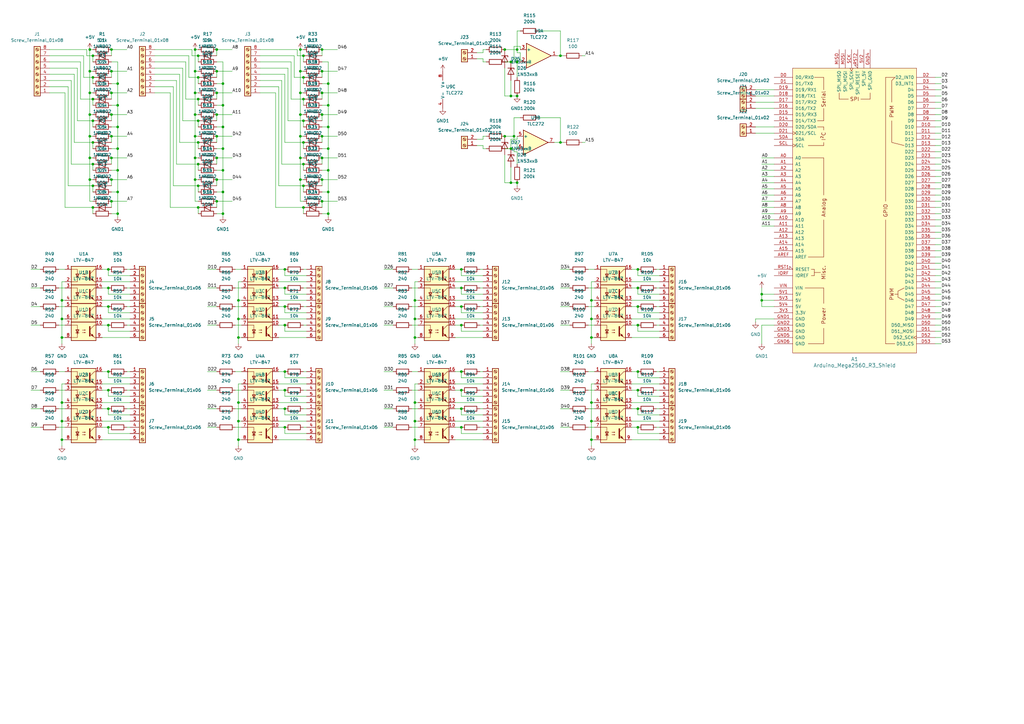
<source format=kicad_sch>
(kicad_sch (version 20230121) (generator eeschema)
  (paper "A3")
  (lib_symbols
    (symbol "Amplifier_Operational:TLC272" (pin_names (offset 0.127))
      (property "Reference" "U" (at 0 5.08 0))
      (property "Value" "TLC272" (at 0 -5.08 0))
      (symbol "TLC272_1_1"
        (pin output line (at 7.62 0 180) (length 2.54) (name "~") (number "1"))
        (pin input line (at -7.62 -2.54 0) (length 2.54) (name "-") (number "2"))
        (pin input line (at -7.62 2.54 0) (length 2.54) (name "+") (number "3"))
      )
      (symbol "TLC272_2_1"
        (pin input line (at -7.62 2.54 0) (length 2.54) (name "+") (number "5"))
        (pin input line (at -7.62 -2.54 0) (length 2.54) (name "-") (number "6"))
        (pin output line (at 7.62 0 180) (length 2.54) (name "~") (number "7"))
      )
      (symbol "TLC272_3_1"
        (pin power_in line (at -2.54 -7.62 90) (length 3.81) (name "V-") (number "4"))
        (pin power_in line (at -2.54 7.62 270) (length 3.81) (name "V+") (number "8"))
      )
    )
    (symbol "Connector:Screw_Terminal_01x02" (pin_names (offset 1.016) hide)
      (property "Reference" "J" (at 0 2.54 0))
      (property "Value" "Screw_Terminal_01x02" (at 0 -5.08 0))
      (symbol "Screw_Terminal_01x02_1_1"
        (pin passive line (at -5.08 0 0) (length 3.81) (name "Pin_1") (number "1"))
        (pin passive line (at -5.08 -2.54 0) (length 3.81) (name "Pin_2") (number "2"))
      )
    )
    (symbol "Connector:Screw_Terminal_01x06" (pin_names (offset 1.016) hide)
      (property "Reference" "J" (at 0 7.62 0))
      (property "Value" "Screw_Terminal_01x06" (at 0 -10.16 0))
      (symbol "Screw_Terminal_01x06_1_1"
        (pin passive line (at -5.08 5.08 0) (length 3.81) (name "Pin_1") (number "1"))
        (pin passive line (at -5.08 2.54 0) (length 3.81) (name "Pin_2") (number "2"))
        (pin passive line (at -5.08 0 0) (length 3.81) (name "Pin_3") (number "3"))
        (pin passive line (at -5.08 -2.54 0) (length 3.81) (name "Pin_4") (number "4"))
        (pin passive line (at -5.08 -5.08 0) (length 3.81) (name "Pin_5") (number "5"))
        (pin passive line (at -5.08 -7.62 0) (length 3.81) (name "Pin_6") (number "6"))
      )
    )
    (symbol "Connector:Screw_Terminal_01x08" (pin_names (offset 1.016) hide)
      (property "Reference" "J" (at 0 10.16 0))
      (property "Value" "Screw_Terminal_01x08" (at 0 -12.7 0))
      (symbol "Screw_Terminal_01x08_1_1"
        (pin passive line (at -5.08 7.62 0) (length 3.81) (name "Pin_1") (number "1"))
        (pin passive line (at -5.08 5.08 0) (length 3.81) (name "Pin_2") (number "2"))
        (pin passive line (at -5.08 2.54 0) (length 3.81) (name "Pin_3") (number "3"))
        (pin passive line (at -5.08 0 0) (length 3.81) (name "Pin_4") (number "4"))
        (pin passive line (at -5.08 -2.54 0) (length 3.81) (name "Pin_5") (number "5"))
        (pin passive line (at -5.08 -5.08 0) (length 3.81) (name "Pin_6") (number "6"))
        (pin passive line (at -5.08 -7.62 0) (length 3.81) (name "Pin_7") (number "7"))
        (pin passive line (at -5.08 -10.16 0) (length 3.81) (name "Pin_8") (number "8"))
      )
    )
    (symbol "Device:R" (pin_numbers hide) (pin_names (offset 0))
      (property "Reference" "R" (at 2.032 0 90))
      (property "Value" "R" (at 0 0 90))
      (symbol "R_1_1"
        (pin passive line (at 0 3.81 270) (length 1.27) (name "~") (number "1"))
        (pin passive line (at 0 -3.81 90) (length 1.27) (name "~") (number "2"))
      )
    )
    (symbol "Diode:1N4002" (pin_numbers hide) (pin_names hide)
      (property "Reference" "D" (at 0 2.54 0))
      (property "Value" "1N4002" (at 0 -2.54 0))
      (symbol "1N4002_1_1"
        (pin passive line (at -3.81 0 0) (length 2.54) (name "K") (number "1"))
        (pin passive line (at 3.81 0 180) (length 2.54) (name "A") (number "2"))
      )
    )
    (symbol "Diode:1N53xxB" (pin_numbers hide) (pin_names hide)
      (property "Reference" "D" (at 0 2.54 0))
      (property "Value" "1N53xxB" (at 0 -2.54 0))
      (symbol "1N53xxB_1_1"
        (pin passive line (at -3.81 0 0) (length 2.54) (name "K") (number "1"))
        (pin passive line (at 3.81 0 180) (length 2.54) (name "A") (number "2"))
      )
    )
    (symbol "Isolator:LTV-847" (pin_names (offset 1.016))
      (property "Reference" "U" (at -5.08 5.08 0))
      (property "Value" "LTV-847" (at 0 5.08 0))
      (symbol "LTV-847_1_1"
        (pin passive line (at -7.62 2.54 0) (length 2.54) (name "~") (number "1"))
        (pin passive line (at 7.62 -2.54 180) (length 2.54) (name "~") (number "15"))
        (pin passive line (at 7.62 2.54 180) (length 2.54) (name "~") (number "16"))
        (pin passive line (at -7.62 -2.54 0) (length 2.54) (name "~") (number "2"))
      )
      (symbol "LTV-847_2_1"
        (pin passive line (at 7.62 -2.54 180) (length 2.54) (name "~") (number "13"))
        (pin passive line (at 7.62 2.54 180) (length 2.54) (name "~") (number "14"))
        (pin passive line (at -7.62 2.54 0) (length 2.54) (name "~") (number "3"))
        (pin passive line (at -7.62 -2.54 0) (length 2.54) (name "~") (number "4"))
      )
      (symbol "LTV-847_3_1"
        (pin passive line (at 7.62 -2.54 180) (length 2.54) (name "~") (number "11"))
        (pin passive line (at 7.62 2.54 180) (length 2.54) (name "~") (number "12"))
        (pin passive line (at -7.62 2.54 0) (length 2.54) (name "~") (number "5"))
        (pin passive line (at -7.62 -2.54 0) (length 2.54) (name "~") (number "6"))
      )
      (symbol "LTV-847_4_1"
        (pin passive line (at 7.62 2.54 180) (length 2.54) (name "~") (number "10"))
        (pin passive line (at -7.62 2.54 0) (length 2.54) (name "~") (number "7"))
        (pin passive line (at -7.62 -2.54 0) (length 2.54) (name "~") (number "8"))
        (pin passive line (at 7.62 -2.54 180) (length 2.54) (name "~") (number "9"))
      )
    )
    (symbol "PCM_arduino-library:Arduino_Mega2560_R3_Shield" (pin_names (offset 1.016))
      (property "Reference" "A" (at 0 -62.23 0))
      (property "Value" "Arduino_Mega2560_R3_Shield" (at 0 -66.04 0))
      (symbol "Arduino_Mega2560_R3_Shield_0_0"
        (text "Analog" (at -12.7 1.27 900) (effects (font (size 1.524 1.524))))
        (text "I²C" (at -12.7 30.48 900) (effects (font (size 1.524 1.524))))
        (text "Misc." (at -12.7 -25.4 900) (effects (font (size 1.524 1.524))))
        (text "Power" (at -12.7 -43.18 900) (effects (font (size 1.524 1.524))))
        (text "PWM" (at 15.24 -34.29 900) (effects (font (size 1.524 1.524))))
        (text "PWM" (at 15.24 40.64 900) (effects (font (size 1.524 1.524))))
        (text "Serial" (at -12.7 45.72 900) (effects (font (size 1.524 1.524))))
        (text "SPI" (at 0 45.72 0) (effects (font (size 1.524 1.524))))
      )
      (symbol "Arduino_Mega2560_R3_Shield_1_0"
        (text "GPIO" (at 12.7 0 900) (effects (font (size 1.524 1.524))))
      )
      (symbol "Arduino_Mega2560_R3_Shield_1_1"
        (pin power_out line (at -33.02 -41.91 0) (length 7.62) (name "3.3V") (number "3V3"))
        (pin power_in line (at -33.02 -34.29 0) (length 7.62) (name "5V") (number "5V1"))
        (pin power_in line (at 3.81 66.04 270) (length 7.62) (name "SPI_5V") (number "5V2"))
        (pin power_in line (at -33.02 -36.83 0) (length 7.62) (name "5V") (number "5V3"))
        (pin power_in line (at -33.02 -39.37 0) (length 7.62) (name "5V") (number "5V4"))
        (pin bidirectional line (at -33.02 21.59 0) (length 7.62) (name "A0") (number "A0"))
        (pin bidirectional line (at -33.02 19.05 0) (length 7.62) (name "A1") (number "A1"))
        (pin bidirectional line (at -33.02 -3.81 0) (length 7.62) (name "A10") (number "A10"))
        (pin bidirectional line (at -33.02 -6.35 0) (length 7.62) (name "A11") (number "A11"))
        (pin bidirectional line (at -33.02 -8.89 0) (length 7.62) (name "A12") (number "A12"))
        (pin bidirectional line (at -33.02 -11.43 0) (length 7.62) (name "A13") (number "A13"))
        (pin bidirectional line (at -33.02 -13.97 0) (length 7.62) (name "A14") (number "A14"))
        (pin bidirectional line (at -33.02 -16.51 0) (length 7.62) (name "A15") (number "A15"))
        (pin bidirectional line (at -33.02 16.51 0) (length 7.62) (name "A2") (number "A2"))
        (pin bidirectional line (at -33.02 13.97 0) (length 7.62) (name "A3") (number "A3"))
        (pin bidirectional line (at -33.02 11.43 0) (length 7.62) (name "A4") (number "A4"))
        (pin bidirectional line (at -33.02 8.89 0) (length 7.62) (name "A5") (number "A5"))
        (pin bidirectional line (at -33.02 6.35 0) (length 7.62) (name "A6") (number "A6"))
        (pin bidirectional line (at -33.02 3.81 0) (length 7.62) (name "A7") (number "A7"))
        (pin bidirectional line (at -33.02 1.27 0) (length 7.62) (name "A8") (number "A8"))
        (pin bidirectional line (at -33.02 -1.27 0) (length 7.62) (name "A9") (number "A9"))
        (pin input line (at -33.02 -19.05 0) (length 7.62) (name "AREF") (number "AREF"))
        (pin bidirectional line (at -33.02 54.61 0) (length 7.62) (name "D0/RX0") (number "D0"))
        (pin bidirectional line (at -33.02 52.07 0) (length 7.62) (name "D1/TX0") (number "D1"))
        (pin bidirectional line (at 33.02 34.29 180) (length 7.62) (name "D10") (number "D10"))
        (pin bidirectional line (at 33.02 31.75 180) (length 7.62) (name "D11") (number "D11"))
        (pin bidirectional line (at 33.02 29.21 180) (length 7.62) (name "D12") (number "D12"))
        (pin bidirectional line (at 33.02 26.67 180) (length 7.62) (name "D13") (number "D13"))
        (pin bidirectional line (at -33.02 36.83 0) (length 7.62) (name "D14/TX3") (number "D14"))
        (pin bidirectional line (at -33.02 39.37 0) (length 7.62) (name "D15/RX3") (number "D15"))
        (pin bidirectional line (at -33.02 41.91 0) (length 7.62) (name "D16/TX2") (number "D16"))
        (pin bidirectional line (at -33.02 44.45 0) (length 7.62) (name "D17/RX2") (number "D17"))
        (pin bidirectional line (at -33.02 46.99 0) (length 7.62) (name "D18/TX1") (number "D18"))
        (pin bidirectional line (at -33.02 49.53 0) (length 7.62) (name "D19/RX1") (number "D19"))
        (pin bidirectional line (at 33.02 54.61 180) (length 7.62) (name "D2_INT0") (number "D2"))
        (pin bidirectional line (at -33.02 34.29 0) (length 7.62) (name "D20/SDA") (number "D20"))
        (pin bidirectional clock (at -33.02 31.75 0) (length 7.62) (name "D21/SCL") (number "D21"))
        (pin bidirectional line (at 33.02 24.13 180) (length 7.62) (name "D22") (number "D22"))
        (pin bidirectional line (at 33.02 21.59 180) (length 7.62) (name "D23") (number "D23"))
        (pin bidirectional line (at 33.02 19.05 180) (length 7.62) (name "D24") (number "D24"))
        (pin bidirectional line (at 33.02 16.51 180) (length 7.62) (name "D25") (number "D25"))
        (pin bidirectional line (at 33.02 13.97 180) (length 7.62) (name "D26") (number "D26"))
        (pin bidirectional line (at 33.02 11.43 180) (length 7.62) (name "D27") (number "D27"))
        (pin bidirectional line (at 33.02 8.89 180) (length 7.62) (name "D28") (number "D28"))
        (pin bidirectional line (at 33.02 6.35 180) (length 7.62) (name "D29") (number "D29"))
        (pin bidirectional line (at 33.02 52.07 180) (length 7.62) (name "D3_INT1") (number "D3"))
        (pin bidirectional line (at 33.02 3.81 180) (length 7.62) (name "D30") (number "D30"))
        (pin bidirectional line (at 33.02 1.27 180) (length 7.62) (name "D31") (number "D31"))
        (pin bidirectional line (at 33.02 -1.27 180) (length 7.62) (name "D32") (number "D32"))
        (pin bidirectional line (at 33.02 -3.81 180) (length 7.62) (name "D33") (number "D33"))
        (pin bidirectional line (at 33.02 -6.35 180) (length 7.62) (name "D34") (number "D34"))
        (pin bidirectional line (at 33.02 -8.89 180) (length 7.62) (name "D35") (number "D35"))
        (pin bidirectional line (at 33.02 -11.43 180) (length 7.62) (name "D36") (number "D36"))
        (pin bidirectional line (at 33.02 -13.97 180) (length 7.62) (name "D37") (number "D37"))
        (pin bidirectional line (at 33.02 -16.51 180) (length 7.62) (name "D38") (number "D38"))
        (pin bidirectional line (at 33.02 -19.05 180) (length 7.62) (name "D39") (number "D39"))
        (pin bidirectional line (at 33.02 49.53 180) (length 7.62) (name "D4") (number "D4"))
        (pin bidirectional line (at 33.02 -21.59 180) (length 7.62) (name "D40") (number "D40"))
        (pin bidirectional line (at 33.02 -24.13 180) (length 7.62) (name "D41") (number "D41"))
        (pin bidirectional line (at 33.02 -26.67 180) (length 7.62) (name "D42") (number "D42"))
        (pin bidirectional line (at 33.02 -29.21 180) (length 7.62) (name "D43") (number "D43"))
        (pin bidirectional line (at 33.02 -31.75 180) (length 7.62) (name "D44") (number "D44"))
        (pin bidirectional line (at 33.02 -34.29 180) (length 7.62) (name "D45") (number "D45"))
        (pin bidirectional line (at 33.02 -36.83 180) (length 7.62) (name "D46") (number "D46"))
        (pin bidirectional line (at 33.02 -39.37 180) (length 7.62) (name "D47") (number "D47"))
        (pin bidirectional line (at 33.02 -41.91 180) (length 7.62) (name "D48") (number "D48"))
        (pin bidirectional line (at 33.02 -44.45 180) (length 7.62) (name "D49") (number "D49"))
        (pin bidirectional line (at 33.02 46.99 180) (length 7.62) (name "D5") (number "D5"))
        (pin bidirectional line (at 33.02 -46.99 180) (length 7.62) (name "D50_MISO") (number "D50"))
        (pin bidirectional line (at 33.02 -49.53 180) (length 7.62) (name "D51_MOSI") (number "D51"))
        (pin bidirectional clock (at 33.02 -52.07 180) (length 7.62) (name "D52_SCK") (number "D52"))
        (pin bidirectional line (at 33.02 -54.61 180) (length 7.62) (name "D53_CS") (number "D53"))
        (pin bidirectional line (at 33.02 44.45 180) (length 7.62) (name "D6") (number "D6"))
        (pin bidirectional line (at 33.02 41.91 180) (length 7.62) (name "D7") (number "D7"))
        (pin bidirectional line (at 33.02 39.37 180) (length 7.62) (name "D8") (number "D8"))
        (pin bidirectional line (at 33.02 36.83 180) (length 7.62) (name "D9") (number "D9"))
        (pin power_in line (at -33.02 -44.45 0) (length 7.62) (name "GND") (number "GND1"))
        (pin power_in line (at -33.02 -46.99 0) (length 7.62) (name "GND") (number "GND2"))
        (pin power_in line (at -33.02 -49.53 0) (length 7.62) (name "GND") (number "GND3"))
        (pin power_in line (at 6.35 66.04 270) (length 7.62) (name "SPI_GND") (number "GND4"))
        (pin power_in line (at -33.02 -52.07 0) (length 7.62) (name "GND") (number "GND5"))
        (pin power_in line (at -33.02 -54.61 0) (length 7.62) (name "GND") (number "GND6"))
        (pin output line (at -33.02 -26.67 0) (length 7.62) (name "IOREF") (number "IORF"))
        (pin input line (at -6.35 66.04 270) (length 7.62) (name "SPI_MISO") (number "MISO"))
        (pin output line (at -3.81 66.04 270) (length 7.62) (name "SPI_MOSI") (number "MOSI"))
        (pin open_collector input_low (at -33.02 -24.13 0) (length 7.62) (name "RESET") (number "RST1"))
        (pin open_collector input_low (at 1.27 66.04 270) (length 7.62) (name "SPI_RESET") (number "RST2"))
        (pin output clock (at -1.27 66.04 270) (length 7.62) (name "SPI_SCK") (number "SCK"))
        (pin bidirectional clock (at -33.02 26.67 0) (length 7.62) (name "SCL") (number "SCL"))
        (pin bidirectional line (at -33.02 29.21 0) (length 7.62) (name "SDA") (number "SDA"))
        (pin power_in line (at -33.02 -31.75 0) (length 7.62) (name "VIN") (number "VIN"))
      )
    )
    (symbol "power:+5V" (power) (pin_names (offset 0))
      (property "Value" "+5V" (at 0 3.556 0))
      (symbol "+5V_1_1"
        (pin power_in line (at 0 0 90) (length 0) hide (name "+5V") (number "1"))
      )
    )
    (symbol "power:GND" (power) (pin_names (offset 0))
      (property "Value" "GND" (at 0 -3.81 0))
      (symbol "GND_1_1"
        (pin power_in line (at 0 0 270) (length 0) hide (name "GND") (number "1"))
      )
    )
    (symbol "power:GND1" (power) (pin_names (offset 0))
      (property "Value" "GND1" (at 0 -3.81 0))
      (symbol "GND1_1_1"
        (pin power_in line (at 0 0 270) (length 0) hide (name "GND1") (number "1"))
      )
    )
  )
  (junction (at 123.19 73.66))
  (junction (at 48.26 52.07))
  (junction (at 44.45 133.35))
  (junction (at 116.84 167.64))
  (junction (at 312.42 120.65))
  (junction (at 170.18 123.19))
  (junction (at 81.28 76.2))
  (junction (at 134.62 78.74))
  (junction (at 134.62 52.07))
  (junction (at 44.45 175.26))
  (junction (at 189.23 175.26))
  (junction (at 97.79 165.1))
  (junction (at 123.19 55.88))
  (junction (at 261.62 152.4))
  (junction (at 36.83 64.77))
  (junction (at 134.62 34.29))
  (junction (at 124.46 31.75))
  (junction (at 242.57 130.81))
  (junction (at 25.4 165.1))
  (junction (at 189.23 160.02))
  (junction (at 242.57 123.19))
  (junction (at 81.28 31.75))
  (junction (at 242.57 180.34))
  (junction (at 261.62 118.11))
  (junction (at 81.28 58.42))
  (junction (at 132.08 46.99))
  (junction (at 242.57 172.72))
  (junction (at 116.84 110.49))
  (junction (at 210.82 55.88))
  (junction (at 189.23 133.35))
  (junction (at 91.44 78.74))
  (junction (at 80.01 20.32))
  (junction (at 80.01 55.88))
  (junction (at 123.19 64.77))
  (junction (at 124.46 85.09))
  (junction (at 116.84 160.02))
  (junction (at 134.62 60.96))
  (junction (at 25.4 138.43))
  (junction (at 134.62 43.18))
  (junction (at 209.55 25.4))
  (junction (at 81.28 49.53))
  (junction (at 88.9 46.99))
  (junction (at 25.4 130.81))
  (junction (at 38.1 22.86))
  (junction (at 189.23 167.64))
  (junction (at 97.79 123.19))
  (junction (at 261.62 175.26))
  (junction (at 189.23 118.11))
  (junction (at 88.9 20.32))
  (junction (at 212.09 39.37))
  (junction (at 45.72 64.77))
  (junction (at 209.55 74.93))
  (junction (at 132.08 82.55))
  (junction (at 97.79 180.34))
  (junction (at 45.72 38.1))
  (junction (at 38.1 40.64))
  (junction (at 80.01 73.66))
  (junction (at 91.44 43.18))
  (junction (at 80.01 64.77))
  (junction (at 170.18 180.34))
  (junction (at 38.1 85.09))
  (junction (at 132.08 73.66))
  (junction (at 132.08 38.1))
  (junction (at 80.01 29.21))
  (junction (at 189.23 152.4))
  (junction (at 48.26 43.18))
  (junction (at 25.4 123.19))
  (junction (at 261.62 167.64))
  (junction (at 45.72 20.32))
  (junction (at 88.9 64.77))
  (junction (at 261.62 160.02))
  (junction (at 48.26 60.96))
  (junction (at 91.44 60.96))
  (junction (at 91.44 87.63))
  (junction (at 44.45 152.4))
  (junction (at 36.83 29.21))
  (junction (at 88.9 73.66))
  (junction (at 124.46 49.53))
  (junction (at 91.44 69.85))
  (junction (at 36.83 73.66))
  (junction (at 91.44 34.29))
  (junction (at 36.83 20.32))
  (junction (at 134.62 69.85))
  (junction (at 134.62 87.63))
  (junction (at 207.01 55.88))
  (junction (at 45.72 46.99))
  (junction (at 212.09 20.32))
  (junction (at 209.55 60.96))
  (junction (at 189.23 110.49))
  (junction (at 44.45 167.64))
  (junction (at 97.79 138.43))
  (junction (at 261.62 110.49))
  (junction (at 81.28 67.31))
  (junction (at 45.72 82.55))
  (junction (at 124.46 76.2))
  (junction (at 123.19 20.32))
  (junction (at 229.87 22.86))
  (junction (at 312.42 123.19))
  (junction (at 124.46 40.64))
  (junction (at 116.84 118.11))
  (junction (at 207.01 20.32))
  (junction (at 209.55 39.37))
  (junction (at 36.83 55.88))
  (junction (at 124.46 22.86))
  (junction (at 36.83 38.1))
  (junction (at 44.45 110.49))
  (junction (at 81.28 40.64))
  (junction (at 48.26 34.29))
  (junction (at 88.9 29.21))
  (junction (at 170.18 165.1))
  (junction (at 80.01 38.1))
  (junction (at 97.79 172.72))
  (junction (at 132.08 20.32))
  (junction (at 48.26 69.85))
  (junction (at 45.72 73.66))
  (junction (at 189.23 125.73))
  (junction (at 25.4 172.72))
  (junction (at 242.57 138.43))
  (junction (at 229.87 58.42))
  (junction (at 38.1 58.42))
  (junction (at 132.08 29.21))
  (junction (at 261.62 133.35))
  (junction (at 170.18 172.72))
  (junction (at 80.01 46.99))
  (junction (at 261.62 125.73))
  (junction (at 212.09 25.4))
  (junction (at 38.1 31.75))
  (junction (at 81.28 22.86))
  (junction (at 45.72 55.88))
  (junction (at 38.1 67.31))
  (junction (at 116.84 133.35))
  (junction (at 44.45 125.73))
  (junction (at 116.84 152.4))
  (junction (at 81.28 85.09))
  (junction (at 116.84 175.26))
  (junction (at 123.19 46.99))
  (junction (at 123.19 29.21))
  (junction (at 124.46 67.31))
  (junction (at 88.9 55.88))
  (junction (at 242.57 165.1))
  (junction (at 170.18 138.43))
  (junction (at 132.08 55.88))
  (junction (at 25.4 180.34))
  (junction (at 170.18 130.81))
  (junction (at 212.09 74.93))
  (junction (at 36.83 46.99))
  (junction (at 38.1 49.53))
  (junction (at 124.46 58.42))
  (junction (at 116.84 125.73))
  (junction (at 48.26 78.74))
  (junction (at 88.9 82.55))
  (junction (at 48.26 87.63))
  (junction (at 38.1 76.2))
  (junction (at 123.19 38.1))
  (junction (at 97.79 130.81))
  (junction (at 132.08 64.77))
  (junction (at 44.45 160.02))
  (junction (at 44.45 118.11))
  (junction (at 88.9 38.1))
  (junction (at 91.44 52.07))
  (junction (at 45.72 29.21))
  (wire (pts (xy 81.28 29.21) (xy 80.01 29.21)))
  (wire (pts (xy 134.62 52.07) (xy 134.62 60.96)))
  (wire (pts (xy 72.39 67.31) (xy 81.28 67.31)))
  (wire (pts (xy 132.08 55.88) (xy 138.43 55.88)))
  (wire (pts (xy 45.72 64.77) (xy 45.72 67.31)))
  (wire (pts (xy 88.9 64.77) (xy 95.25 64.77)))
  (wire (pts (xy 124.46 133.35) (xy 125.73 133.35)))
  (wire (pts (xy 309.88 41.91) (xy 317.5 41.91)))
  (wire (pts (xy 97.79 130.81) (xy 97.79 138.43)))
  (wire (pts (xy 189.23 170.18) (xy 189.23 167.64)))
  (wire (pts (xy 242.57 130.81) (xy 242.57 138.43)))
  (wire (pts (xy 383.54 113.03) (xy 386.08 113.03)))
  (wire (pts (xy 259.08 157.48) (xy 270.51 157.48)))
  (wire (pts (xy 196.85 133.35) (xy 198.12 133.35)))
  (wire (pts (xy 44.45 170.18) (xy 44.45 167.64)))
  (wire (pts (xy 312.42 67.31) (xy 317.5 67.31)))
  (wire (pts (xy 186.69 138.43) (xy 198.12 138.43)))
  (wire (pts (xy 198.12 55.88) (xy 199.39 55.88)))
  (wire (pts (xy 33.02 40.64) (xy 38.1 40.64)))
  (wire (pts (xy 317.5 125.73) (xy 312.42 125.73)))
  (wire (pts (xy 24.13 160.02) (xy 26.67 160.02)))
  (wire (pts (xy 25.4 130.81) (xy 26.67 130.81)))
  (wire (pts (xy 259.08 160.02) (xy 261.62 160.02)))
  (wire (pts (xy 96.52 160.02) (xy 99.06 160.02)))
  (wire (pts (xy 213.36 19.05) (xy 210.82 19.05)))
  (wire (pts (xy 229.87 152.4) (xy 233.68 152.4)))
  (wire (pts (xy 41.91 138.43) (xy 53.34 138.43)))
  (wire (pts (xy 189.23 113.03) (xy 189.23 110.49)))
  (wire (pts (xy 45.72 38.1) (xy 45.72 40.64)))
  (wire (pts (xy 259.08 138.43) (xy 270.51 138.43)))
  (wire (pts (xy 242.57 180.34) (xy 243.84 180.34)))
  (wire (pts (xy 198.12 135.89) (xy 189.23 135.89)))
  (wire (pts (xy 80.01 38.1) (xy 80.01 29.21)))
  (wire (pts (xy 171.45 157.48) (xy 170.18 157.48)))
  (wire (pts (xy 189.23 135.89) (xy 189.23 133.35)))
  (wire (pts (xy 123.19 82.55) (xy 123.19 73.66)))
  (wire (pts (xy 45.72 78.74) (xy 48.26 78.74)))
  (wire (pts (xy 91.44 25.4) (xy 91.44 34.29)))
  (wire (pts (xy 269.24 133.35) (xy 270.51 133.35)))
  (wire (pts (xy 229.87 48.26) (xy 229.87 58.42)))
  (wire (pts (xy 186.69 133.35) (xy 189.23 133.35)))
  (wire (pts (xy 53.34 113.03) (xy 44.45 113.03)))
  (wire (pts (xy 45.72 60.96) (xy 48.26 60.96)))
  (wire (pts (xy 243.84 157.48) (xy 242.57 157.48)))
  (wire (pts (xy 121.92 20.32) (xy 121.92 22.86)))
  (wire (pts (xy 36.83 64.77) (xy 36.83 55.88)))
  (wire (pts (xy 212.09 58.42) (xy 210.82 58.42)))
  (wire (pts (xy 106.68 38.1) (xy 113.03 38.1)))
  (wire (pts (xy 207.01 74.93) (xy 209.55 74.93)))
  (wire (pts (xy 24.13 125.73) (xy 26.67 125.73)))
  (wire (pts (xy 24.13 175.26) (xy 26.67 175.26)))
  (wire (pts (xy 383.54 123.19) (xy 386.08 123.19)))
  (wire (pts (xy 312.42 90.17) (xy 317.5 90.17)))
  (wire (pts (xy 38.1 46.99) (xy 36.83 46.99)))
  (wire (pts (xy 38.1 67.31) (xy 38.1 69.85)))
  (wire (pts (xy 88.9 25.4) (xy 91.44 25.4)))
  (wire (pts (xy 383.54 87.63) (xy 386.08 87.63)))
  (wire (pts (xy 259.08 110.49) (xy 261.62 110.49)))
  (wire (pts (xy 116.84 120.65) (xy 116.84 118.11)))
  (wire (pts (xy 80.01 20.32) (xy 80.01 29.21)))
  (wire (pts (xy 198.12 154.94) (xy 189.23 154.94)))
  (wire (pts (xy 198.12 59.69) (xy 195.58 59.69)))
  (wire (pts (xy 91.44 87.63) (xy 91.44 88.9)))
  (wire (pts (xy 312.42 82.55) (xy 317.5 82.55)))
  (wire (pts (xy 241.3 152.4) (xy 243.84 152.4)))
  (wire (pts (xy 170.18 157.48) (xy 170.18 165.1)))
  (wire (pts (xy 270.51 154.94) (xy 261.62 154.94)))
  (wire (pts (xy 123.19 38.1) (xy 123.19 29.21)))
  (wire (pts (xy 88.9 82.55) (xy 88.9 85.09)))
  (wire (pts (xy 81.28 22.86) (xy 81.28 25.4)))
  (wire (pts (xy 97.79 115.57) (xy 97.79 123.19)))
  (wire (pts (xy 261.62 120.65) (xy 261.62 118.11)))
  (wire (pts (xy 27.94 35.56) (xy 27.94 76.2)))
  (wire (pts (xy 132.08 73.66) (xy 138.43 73.66)))
  (wire (pts (xy 212.09 25.4) (xy 212.09 31.75)))
  (wire (pts (xy 259.08 167.64) (xy 261.62 167.64)))
  (wire (pts (xy 25.4 165.1) (xy 25.4 172.72)))
  (wire (pts (xy 242.57 165.1) (xy 242.57 172.72)))
  (wire (pts (xy 170.18 180.34) (xy 171.45 180.34)))
  (wire (pts (xy 170.18 172.72) (xy 170.18 180.34)))
  (wire (pts (xy 123.19 20.32) (xy 123.19 29.21)))
  (wire (pts (xy 132.08 69.85) (xy 134.62 69.85)))
  (wire (pts (xy 238.76 58.42) (xy 240.03 58.42)))
  (wire (pts (xy 241.3 175.26) (xy 243.84 175.26)))
  (wire (pts (xy 242.57 123.19) (xy 243.84 123.19)))
  (wire (pts (xy 77.47 31.75) (xy 81.28 31.75)))
  (wire (pts (xy 383.54 46.99) (xy 386.08 46.99)))
  (wire (pts (xy 33.02 25.4) (xy 33.02 40.64)))
  (wire (pts (xy 132.08 29.21) (xy 138.43 29.21)))
  (wire (pts (xy 81.28 82.55) (xy 80.01 82.55)))
  (wire (pts (xy 312.42 125.73) (xy 312.42 123.19)))
  (wire (pts (xy 383.54 90.17) (xy 386.08 90.17)))
  (wire (pts (xy 85.09 175.26) (xy 88.9 175.26)))
  (wire (pts (xy 383.54 69.85) (xy 386.08 69.85)))
  (wire (pts (xy 198.12 170.18) (xy 189.23 170.18)))
  (wire (pts (xy 81.28 46.99) (xy 80.01 46.99)))
  (wire (pts (xy 36.83 46.99) (xy 36.83 38.1)))
  (wire (pts (xy 88.9 46.99) (xy 88.9 49.53)))
  (wire (pts (xy 31.75 27.94) (xy 31.75 49.53)))
  (wire (pts (xy 45.72 20.32) (xy 45.72 22.86)))
  (wire (pts (xy 96.52 175.26) (xy 99.06 175.26)))
  (wire (pts (xy 91.44 52.07) (xy 91.44 60.96)))
  (wire (pts (xy 114.3 115.57) (xy 125.73 115.57)))
  (wire (pts (xy 383.54 82.55) (xy 386.08 82.55)))
  (wire (pts (xy 24.13 133.35) (xy 26.67 133.35)))
  (wire (pts (xy 229.87 160.02) (xy 233.68 160.02)))
  (wire (pts (xy 309.88 44.45) (xy 317.5 44.45)))
  (wire (pts (xy 259.08 172.72) (xy 270.51 172.72)))
  (wire (pts (xy 132.08 38.1) (xy 132.08 40.64)))
  (wire (pts (xy 29.21 67.31) (xy 38.1 67.31)))
  (wire (pts (xy 41.91 110.49) (xy 44.45 110.49)))
  (wire (pts (xy 44.45 177.8) (xy 44.45 175.26)))
  (wire (pts (xy 134.62 34.29) (xy 134.62 43.18)))
  (wire (pts (xy 12.7 152.4) (xy 16.51 152.4)))
  (wire (pts (xy 383.54 130.81) (xy 386.08 130.81)))
  (wire (pts (xy 312.42 72.39) (xy 317.5 72.39)))
  (wire (pts (xy 45.72 43.18) (xy 48.26 43.18)))
  (wire (pts (xy 26.67 157.48) (xy 25.4 157.48)))
  (wire (pts (xy 69.85 38.1) (xy 69.85 85.09)))
  (wire (pts (xy 241.3 133.35) (xy 243.84 133.35)))
  (wire (pts (xy 45.72 20.32) (xy 52.07 20.32)))
  (wire (pts (xy 20.32 27.94) (xy 31.75 27.94)))
  (wire (pts (xy 41.91 130.81) (xy 53.34 130.81)))
  (wire (pts (xy 91.44 69.85) (xy 91.44 78.74)))
  (wire (pts (xy 41.91 152.4) (xy 44.45 152.4)))
  (wire (pts (xy 123.19 64.77) (xy 123.19 55.88)))
  (wire (pts (xy 210.82 60.96) (xy 209.55 60.96)))
  (wire (pts (xy 88.9 55.88) (xy 88.9 58.42)))
  (wire (pts (xy 99.06 115.57) (xy 97.79 115.57)))
  (wire (pts (xy 85.09 110.49) (xy 88.9 110.49)))
  (wire (pts (xy 124.46 58.42) (xy 124.46 60.96)))
  (wire (pts (xy 198.12 128.27) (xy 189.23 128.27)))
  (wire (pts (xy 170.18 138.43) (xy 170.18 140.97)))
  (wire (pts (xy 124.46 167.64) (xy 125.73 167.64)))
  (wire (pts (xy 212.09 21.59) (xy 212.09 20.32)))
  (wire (pts (xy 312.42 85.09) (xy 317.5 85.09)))
  (wire (pts (xy 269.24 160.02) (xy 270.51 160.02)))
  (wire (pts (xy 198.12 24.13) (xy 195.58 24.13)))
  (wire (pts (xy 114.3 133.35) (xy 116.84 133.35)))
  (wire (pts (xy 134.62 43.18) (xy 134.62 52.07)))
  (wire (pts (xy 76.2 25.4) (xy 76.2 40.64)))
  (wire (pts (xy 52.07 118.11) (xy 53.34 118.11)))
  (wire (pts (xy 106.68 27.94) (xy 118.11 27.94)))
  (wire (pts (xy 189.23 162.56) (xy 189.23 160.02)))
  (wire (pts (xy 270.51 177.8) (xy 261.62 177.8)))
  (wire (pts (xy 269.24 152.4) (xy 270.51 152.4)))
  (wire (pts (xy 63.5 20.32) (xy 78.74 20.32)))
  (wire (pts (xy 114.3 110.49) (xy 116.84 110.49)))
  (wire (pts (xy 125.73 154.94) (xy 116.84 154.94)))
  (wire (pts (xy 85.09 160.02) (xy 88.9 160.02)))
  (wire (pts (xy 25.4 172.72) (xy 26.67 172.72)))
  (wire (pts (xy 53.34 135.89) (xy 44.45 135.89)))
  (wire (pts (xy 383.54 95.25) (xy 386.08 95.25)))
  (wire (pts (xy 212.09 67.31) (xy 212.09 62.23)))
  (wire (pts (xy 170.18 130.81) (xy 171.45 130.81)))
  (wire (pts (xy 69.85 85.09) (xy 81.28 85.09)))
  (wire (pts (xy 20.32 30.48) (xy 30.48 30.48)))
  (wire (pts (xy 270.51 113.03) (xy 261.62 113.03)))
  (wire (pts (xy 81.28 49.53) (xy 81.28 52.07)))
  (wire (pts (xy 242.57 165.1) (xy 243.84 165.1)))
  (wire (pts (xy 106.68 30.48) (xy 116.84 30.48)))
  (wire (pts (xy 383.54 92.71) (xy 386.08 92.71)))
  (wire (pts (xy 242.57 115.57) (xy 242.57 123.19)))
  (wire (pts (xy 41.91 123.19) (xy 53.34 123.19)))
  (wire (pts (xy 52.07 110.49) (xy 53.34 110.49)))
  (wire (pts (xy 45.72 64.77) (xy 52.07 64.77)))
  (wire (pts (xy 125.73 135.89) (xy 116.84 135.89)))
  (wire (pts (xy 80.01 55.88) (xy 80.01 46.99)))
  (wire (pts (xy 261.62 177.8) (xy 261.62 175.26)))
  (wire (pts (xy 88.9 34.29) (xy 91.44 34.29)))
  (wire (pts (xy 170.18 165.1) (xy 171.45 165.1)))
  (wire (pts (xy 48.26 69.85) (xy 48.26 78.74)))
  (wire (pts (xy 120.65 31.75) (xy 124.46 31.75)))
  (wire (pts (xy 25.4 123.19) (xy 25.4 130.81)))
  (wire (pts (xy 41.91 160.02) (xy 44.45 160.02)))
  (wire (pts (xy 242.57 123.19) (xy 242.57 130.81)))
  (wire (pts (xy 26.67 85.09) (xy 38.1 85.09)))
  (wire (pts (xy 78.74 20.32) (xy 78.74 22.86)))
  (wire (pts (xy 116.84 30.48) (xy 116.84 58.42)))
  (wire (pts (xy 119.38 25.4) (xy 119.38 40.64)))
  (wire (pts (xy 189.23 154.94) (xy 189.23 152.4)))
  (wire (pts (xy 45.72 82.55) (xy 52.07 82.55)))
  (wire (pts (xy 168.91 152.4) (xy 171.45 152.4)))
  (wire (pts (xy 52.07 133.35) (xy 53.34 133.35)))
  (wire (pts (xy 198.12 162.56) (xy 189.23 162.56)))
  (wire (pts (xy 168.91 133.35) (xy 171.45 133.35)))
  (wire (pts (xy 29.21 33.02) (xy 29.21 67.31)))
  (wire (pts (xy 25.4 165.1) (xy 26.67 165.1)))
  (wire (pts (xy 186.69 118.11) (xy 189.23 118.11)))
  (wire (pts (xy 38.1 85.09) (xy 38.1 87.63)))
  (wire (pts (xy 186.69 180.34) (xy 198.12 180.34)))
  (wire (pts (xy 270.51 128.27) (xy 261.62 128.27)))
  (wire (pts (xy 312.42 77.47) (xy 317.5 77.47)))
  (wire (pts (xy 132.08 43.18) (xy 134.62 43.18)))
  (wire (pts (xy 259.08 165.1) (xy 270.51 165.1)))
  (wire (pts (xy 309.88 52.07) (xy 317.5 52.07)))
  (wire (pts (xy 383.54 64.77) (xy 386.08 64.77)))
  (wire (pts (xy 20.32 25.4) (xy 33.02 25.4)))
  (wire (pts (xy 209.55 33.02) (xy 209.55 39.37)))
  (wire (pts (xy 114.3 123.19) (xy 125.73 123.19)))
  (wire (pts (xy 243.84 115.57) (xy 242.57 115.57)))
  (wire (pts (xy 116.84 128.27) (xy 116.84 125.73)))
  (wire (pts (xy 20.32 20.32) (xy 35.56 20.32)))
  (wire (pts (xy 118.11 49.53) (xy 124.46 49.53)))
  (wire (pts (xy 38.1 73.66) (xy 36.83 73.66)))
  (wire (pts (xy 25.4 123.19) (xy 26.67 123.19)))
  (wire (pts (xy 242.57 138.43) (xy 242.57 140.97)))
  (wire (pts (xy 383.54 97.79) (xy 386.08 97.79)))
  (wire (pts (xy 209.55 25.4) (xy 212.09 25.4)))
  (wire (pts (xy 124.46 49.53) (xy 124.46 52.07)))
  (wire (pts (xy 383.54 67.31) (xy 386.08 67.31)))
  (wire (pts (xy 134.62 78.74) (xy 134.62 87.63)))
  (wire (pts (xy 383.54 62.23) (xy 386.08 62.23)))
  (wire (pts (xy 88.9 20.32) (xy 95.25 20.32)))
  (wire (pts (xy 186.69 123.19) (xy 198.12 123.19)))
  (wire (pts (xy 12.7 110.49) (xy 16.51 110.49)))
  (wire (pts (xy 132.08 20.32) (xy 138.43 20.32)))
  (wire (pts (xy 88.9 52.07) (xy 91.44 52.07)))
  (wire (pts (xy 24.13 167.64) (xy 26.67 167.64)))
  (wire (pts (xy 45.72 25.4) (xy 48.26 25.4)))
  (wire (pts (xy 312.42 140.97) (xy 312.42 133.35)))
  (wire (pts (xy 132.08 78.74) (xy 134.62 78.74)))
  (wire (pts (xy 383.54 44.45) (xy 386.08 44.45)))
  (wire (pts (xy 41.91 133.35) (xy 44.45 133.35)))
  (wire (pts (xy 85.09 125.73) (xy 88.9 125.73)))
  (wire (pts (xy 186.69 160.02) (xy 189.23 160.02)))
  (wire (pts (xy 88.9 64.77) (xy 88.9 67.31)))
  (wire (pts (xy 45.72 73.66) (xy 45.72 76.2)))
  (wire (pts (xy 170.18 123.19) (xy 171.45 123.19)))
  (wire (pts (xy 259.08 152.4) (xy 261.62 152.4)))
  (wire (pts (xy 88.9 69.85) (xy 91.44 69.85)))
  (wire (pts (xy 210.82 58.42) (xy 210.82 55.88)))
  (wire (pts (xy 168.91 167.64) (xy 171.45 167.64)))
  (wire (pts (xy 116.84 154.94) (xy 116.84 152.4)))
  (wire (pts (xy 213.36 21.59) (xy 212.09 21.59)))
  (wire (pts (xy 207.01 63.5) (xy 207.01 74.93)))
  (wire (pts (xy 25.4 172.72) (xy 25.4 180.34)))
  (wire (pts (xy 88.9 20.32) (xy 88.9 22.86)))
  (wire (pts (xy 186.69 110.49) (xy 189.23 110.49)))
  (wire (pts (xy 52.07 175.26) (xy 53.34 175.26)))
  (wire (pts (xy 383.54 36.83) (xy 386.08 36.83)))
  (wire (pts (xy 383.54 102.87) (xy 386.08 102.87)))
  (wire (pts (xy 212.09 57.15) (xy 209.55 57.15)))
  (wire (pts (xy 81.28 85.09) (xy 81.28 87.63)))
  (wire (pts (xy 270.51 135.89) (xy 261.62 135.89)))
  (wire (pts (xy 30.48 58.42) (xy 38.1 58.42)))
  (wire (pts (xy 25.4 138.43) (xy 25.4 140.97)))
  (wire (pts (xy 38.1 22.86) (xy 38.1 25.4)))
  (wire (pts (xy 134.62 69.85) (xy 134.62 78.74)))
  (wire (pts (xy 312.42 87.63) (xy 317.5 87.63)))
  (wire (pts (xy 198.12 20.32) (xy 199.39 20.32)))
  (wire (pts (xy 132.08 25.4) (xy 134.62 25.4)))
  (wire (pts (xy 24.13 152.4) (xy 26.67 152.4)))
  (wire (pts (xy 170.18 123.19) (xy 170.18 130.81)))
  (wire (pts (xy 383.54 59.69) (xy 386.08 59.69)))
  (wire (pts (xy 124.46 73.66) (xy 123.19 73.66)))
  (wire (pts (xy 157.48 110.49) (xy 161.29 110.49)))
  (wire (pts (xy 124.46 38.1) (xy 123.19 38.1)))
  (wire (pts (xy 383.54 54.61) (xy 386.08 54.61)))
  (wire (pts (xy 312.42 123.19) (xy 312.42 120.65)))
  (wire (pts (xy 124.46 125.73) (xy 125.73 125.73)))
  (wire (pts (xy 91.44 78.74) (xy 91.44 87.63)))
  (wire (pts (xy 77.47 22.86) (xy 77.47 31.75)))
  (wire (pts (xy 132.08 46.99) (xy 132.08 49.53)))
  (wire (pts (xy 38.1 55.88) (xy 36.83 55.88)))
  (wire (pts (xy 113.03 85.09) (xy 124.46 85.09)))
  (wire (pts (xy 106.68 25.4) (xy 119.38 25.4)))
  (wire (pts (xy 88.9 87.63) (xy 91.44 87.63)))
  (wire (pts (xy 116.84 135.89) (xy 116.84 133.35)))
  (wire (pts (xy 116.84 162.56) (xy 116.84 160.02)))
  (wire (pts (xy 44.45 128.27) (xy 44.45 125.73)))
  (wire (pts (xy 220.98 12.7) (xy 229.87 12.7)))
  (wire (pts (xy 317.5 130.81) (xy 309.88 130.81)))
  (wire (pts (xy 209.55 39.37) (xy 212.09 39.37)))
  (wire (pts (xy 209.55 74.93) (xy 212.09 74.93)))
  (wire (pts (xy 124.46 152.4) (xy 125.73 152.4)))
  (wire (pts (xy 36.83 73.66) (xy 36.83 64.77)))
  (wire (pts (xy 170.18 165.1) (xy 170.18 172.72)))
  (wire (pts (xy 25.4 130.81) (xy 25.4 138.43)))
  (wire (pts (xy 186.69 157.48) (xy 198.12 157.48)))
  (wire (pts (xy 116.84 113.03) (xy 116.84 110.49)))
  (wire (pts (xy 259.08 130.81) (xy 270.51 130.81)))
  (wire (pts (xy 124.46 82.55) (xy 123.19 82.55)))
  (wire (pts (xy 114.3 165.1) (xy 125.73 165.1)))
  (wire (pts (xy 114.3 180.34) (xy 125.73 180.34)))
  (wire (pts (xy 38.1 58.42) (xy 38.1 60.96)))
  (wire (pts (xy 134.62 87.63) (xy 134.62 88.9)))
  (wire (pts (xy 312.42 92.71) (xy 317.5 92.71)))
  (wire (pts (xy 114.3 118.11) (xy 116.84 118.11)))
  (wire (pts (xy 74.93 27.94) (xy 74.93 49.53)))
  (wire (pts (xy 44.45 135.89) (xy 44.45 133.35)))
  (wire (pts (xy 229.87 133.35) (xy 233.68 133.35)))
  (wire (pts (xy 157.48 152.4) (xy 161.29 152.4)))
  (wire (pts (xy 115.57 33.02) (xy 115.57 67.31)))
  (wire (pts (xy 383.54 135.89) (xy 386.08 135.89)))
  (wire (pts (xy 312.42 118.11) (xy 312.42 120.65)))
  (wire (pts (xy 114.3 130.81) (xy 125.73 130.81)))
  (wire (pts (xy 132.08 34.29) (xy 134.62 34.29)))
  (wire (pts (xy 97.79 172.72) (xy 99.06 172.72)))
  (wire (pts (xy 124.46 85.09) (xy 124.46 87.63)))
  (wire (pts (xy 199.39 25.4) (xy 198.12 25.4)))
  (wire (pts (xy 97.79 165.1) (xy 97.79 172.72)))
  (wire (pts (xy 157.48 167.64) (xy 161.29 167.64)))
  (wire (pts (xy 124.46 160.02) (xy 125.73 160.02)))
  (wire (pts (xy 97.79 123.19) (xy 97.79 130.81)))
  (wire (pts (xy 170.18 180.34) (xy 170.18 182.88)))
  (wire (pts (xy 20.32 33.02) (xy 29.21 33.02)))
  (wire (pts (xy 124.46 76.2) (xy 124.46 78.74)))
  (wire (pts (xy 12.7 160.02) (xy 16.51 160.02)))
  (wire (pts (xy 38.1 38.1) (xy 36.83 38.1)))
  (wire (pts (xy 212.09 62.23) (xy 210.82 62.23)))
  (wire (pts (xy 259.08 125.73) (xy 261.62 125.73)))
  (wire (pts (xy 80.01 20.32) (xy 81.28 20.32)))
  (wire (pts (xy 80.01 73.66) (xy 80.01 64.77)))
  (wire (pts (xy 63.5 33.02) (xy 72.39 33.02)))
  (wire (pts (xy 229.87 118.11) (xy 233.68 118.11)))
  (wire (pts (xy 124.46 118.11) (xy 125.73 118.11)))
  (wire (pts (xy 81.28 38.1) (xy 80.01 38.1)))
  (wire (pts (xy 229.87 167.64) (xy 233.68 167.64)))
  (wire (pts (xy 312.42 69.85) (xy 317.5 69.85)))
  (wire (pts (xy 114.3 125.73) (xy 116.84 125.73)))
  (wire (pts (xy 20.32 35.56) (xy 27.94 35.56)))
  (wire (pts (xy 168.91 118.11) (xy 171.45 118.11)))
  (wire (pts (xy 71.12 76.2) (xy 81.28 76.2)))
  (wire (pts (xy 242.57 157.48) (xy 242.57 165.1)))
  (wire (pts (xy 229.87 110.49) (xy 233.68 110.49)))
  (wire (pts (xy 261.62 154.94) (xy 261.62 152.4)))
  (wire (pts (xy 170.18 172.72) (xy 171.45 172.72)))
  (wire (pts (xy 124.46 64.77) (xy 123.19 64.77)))
  (wire (pts (xy 259.08 133.35) (xy 261.62 133.35)))
  (wire (pts (xy 20.32 22.86) (xy 34.29 22.86)))
  (wire (pts (xy 88.9 78.74) (xy 91.44 78.74)))
  (wire (pts (xy 212.09 74.93) (xy 212.09 76.2)))
  (wire (pts (xy 124.46 175.26) (xy 125.73 175.26)))
  (wire (pts (xy 114.3 175.26) (xy 116.84 175.26)))
  (wire (pts (xy 31.75 49.53) (xy 38.1 49.53)))
  (wire (pts (xy 106.68 20.32) (xy 121.92 20.32)))
  (wire (pts (xy 27.94 76.2) (xy 38.1 76.2)))
  (wire (pts (xy 210.82 19.05) (xy 210.82 24.13)))
  (wire (pts (xy 168.91 175.26) (xy 171.45 175.26)))
  (wire (pts (xy 80.01 46.99) (xy 80.01 38.1)))
  (wire (pts (xy 48.26 78.74) (xy 48.26 87.63)))
  (wire (pts (xy 48.26 52.07) (xy 48.26 60.96)))
  (wire (pts (xy 41.91 115.57) (xy 53.34 115.57)))
  (wire (pts (xy 36.83 38.1) (xy 36.83 29.21)))
  (wire (pts (xy 132.08 82.55) (xy 132.08 85.09)))
  (wire (pts (xy 53.34 120.65) (xy 44.45 120.65)))
  (wire (pts (xy 25.4 138.43) (xy 26.67 138.43)))
  (wire (pts (xy 383.54 74.93) (xy 386.08 74.93)))
  (wire (pts (xy 97.79 157.48) (xy 97.79 165.1)))
  (wire (pts (xy 383.54 34.29) (xy 386.08 34.29)))
  (wire (pts (xy 186.69 152.4) (xy 189.23 152.4)))
  (wire (pts (xy 196.85 167.64) (xy 198.12 167.64)))
  (wire (pts (xy 189.23 120.65) (xy 189.23 118.11)))
  (wire (pts (xy 38.1 76.2) (xy 38.1 78.74)))
  (wire (pts (xy 36.83 82.55) (xy 36.83 73.66)))
  (wire (pts (xy 25.4 157.48) (xy 25.4 165.1)))
  (wire (pts (xy 96.52 152.4) (xy 99.06 152.4)))
  (wire (pts (xy 71.12 35.56) (xy 71.12 76.2)))
  (wire (pts (xy 189.23 128.27) (xy 189.23 125.73)))
  (wire (pts (xy 63.5 25.4) (xy 76.2 25.4)))
  (wire (pts (xy 36.83 20.32) (xy 38.1 20.32)))
  (wire (pts (xy 41.91 167.64) (xy 44.45 167.64)))
  (wire (pts (xy 383.54 31.75) (xy 386.08 31.75)))
  (wire (pts (xy 85.09 167.64) (xy 88.9 167.64)))
  (wire (pts (xy 134.62 60.96) (xy 134.62 69.85)))
  (wire (pts (xy 88.9 73.66) (xy 88.9 76.2)))
  (wire (pts (xy 63.5 27.94) (xy 74.93 27.94)))
  (wire (pts (xy 20.32 38.1) (xy 26.67 38.1)))
  (wire (pts (xy 121.92 22.86) (xy 124.46 22.86)))
  (wire (pts (xy 52.07 167.64) (xy 53.34 167.64)))
  (wire (pts (xy 383.54 72.39) (xy 386.08 72.39)))
  (wire (pts (xy 41.91 172.72) (xy 53.34 172.72)))
  (wire (pts (xy 229.87 125.73) (xy 233.68 125.73)))
  (wire (pts (xy 312.42 74.93) (xy 317.5 74.93)))
  (wire (pts (xy 45.72 29.21) (xy 45.72 31.75)))
  (wire (pts (xy 91.44 43.18) (xy 91.44 52.07)))
  (wire (pts (xy 12.7 133.35) (xy 16.51 133.35)))
  (wire (pts (xy 242.57 172.72) (xy 242.57 180.34)))
  (wire (pts (xy 383.54 140.97) (xy 386.08 140.97)))
  (wire (pts (xy 186.69 175.26) (xy 189.23 175.26)))
  (wire (pts (xy 81.28 31.75) (xy 81.28 34.29)))
  (wire (pts (xy 171.45 115.57) (xy 170.18 115.57)))
  (wire (pts (xy 213.36 21.59) (xy 213.36 25.4)))
  (wire (pts (xy 38.1 31.75) (xy 38.1 34.29)))
  (wire (pts (xy 81.28 76.2) (xy 81.28 78.74)))
  (wire (pts (xy 26.67 38.1) (xy 26.67 85.09)))
  (wire (pts (xy 124.46 55.88) (xy 123.19 55.88)))
  (wire (pts (xy 227.33 58.42) (xy 229.87 58.42)))
  (wire (pts (xy 209.55 68.58) (xy 209.55 74.93)))
  (wire (pts (xy 309.88 54.61) (xy 317.5 54.61)))
  (wire (pts (xy 210.82 62.23) (xy 210.82 60.96)))
  (wire (pts (xy 259.08 175.26) (xy 261.62 175.26)))
  (wire (pts (xy 41.91 180.34) (xy 53.34 180.34)))
  (wire (pts (xy 45.72 52.07) (xy 48.26 52.07)))
  (wire (pts (xy 196.85 175.26) (xy 198.12 175.26)))
  (wire (pts (xy 45.72 29.21) (xy 52.07 29.21)))
  (wire (pts (xy 45.72 87.63) (xy 48.26 87.63)))
  (wire (pts (xy 198.12 120.65) (xy 189.23 120.65)))
  (wire (pts (xy 35.56 22.86) (xy 38.1 22.86)))
  (wire (pts (xy 114.3 167.64) (xy 116.84 167.64)))
  (wire (pts (xy 261.62 135.89) (xy 261.62 133.35)))
  (wire (pts (xy 119.38 40.64) (xy 124.46 40.64)))
  (wire (pts (xy 207.01 60.96) (xy 209.55 60.96)))
  (wire (pts (xy 198.12 177.8) (xy 189.23 177.8)))
  (wire (pts (xy 85.09 118.11) (xy 88.9 118.11)))
  (wire (pts (xy 125.73 113.03) (xy 116.84 113.03)))
  (wire (pts (xy 312.42 133.35) (xy 317.5 133.35)))
  (wire (pts (xy 309.88 130.81) (xy 309.88 132.08)))
  (wire (pts (xy 132.08 87.63) (xy 134.62 87.63)))
  (wire (pts (xy 48.26 25.4) (xy 48.26 34.29)))
  (wire (pts (xy 198.12 60.96) (xy 198.12 59.69)))
  (wire (pts (xy 186.69 125.73) (xy 189.23 125.73)))
  (wire (pts (xy 123.19 46.99) (xy 123.19 38.1)))
  (wire (pts (xy 91.44 34.29) (xy 91.44 43.18)))
  (wire (pts (xy 38.1 40.64) (xy 38.1 43.18)))
  (wire (pts (xy 207.01 27.94) (xy 207.01 39.37)))
  (wire (pts (xy 30.48 30.48) (xy 30.48 58.42)))
  (wire (pts (xy 114.3 157.48) (xy 125.73 157.48)))
  (wire (pts (xy 238.76 22.86) (xy 240.03 22.86)))
  (wire (pts (xy 186.69 167.64) (xy 189.23 167.64)))
  (wire (pts (xy 124.46 46.99) (xy 123.19 46.99)))
  (wire (pts (xy 270.51 120.65) (xy 261.62 120.65)))
  (wire (pts (xy 241.3 160.02) (xy 243.84 160.02)))
  (wire (pts (xy 88.9 55.88) (xy 95.25 55.88)))
  (wire (pts (xy 213.36 20.32) (xy 213.36 19.05)))
  (wire (pts (xy 88.9 46.99) (xy 95.25 46.99)))
  (wire (pts (xy 312.42 64.77) (xy 317.5 64.77)))
  (wire (pts (xy 207.01 55.88) (xy 210.82 55.88)))
  (wire (pts (xy 124.46 22.86) (xy 124.46 25.4)))
  (wire (pts (xy 106.68 35.56) (xy 114.3 35.56)))
  (wire (pts (xy 186.69 172.72) (xy 198.12 172.72)))
  (wire (pts (xy 198.12 57.15) (xy 198.12 55.88)))
  (wire (pts (xy 198.12 113.03) (xy 189.23 113.03)))
  (wire (pts (xy 116.84 170.18) (xy 116.84 167.64)))
  (wire (pts (xy 81.28 55.88) (xy 80.01 55.88)))
  (wire (pts (xy 196.85 160.02) (xy 198.12 160.02)))
  (wire (pts (xy 241.3 118.11) (xy 243.84 118.11)))
  (wire (pts (xy 88.9 29.21) (xy 95.25 29.21)))
  (wire (pts (xy 99.06 157.48) (xy 97.79 157.48)))
  (wire (pts (xy 383.54 57.15) (xy 386.08 57.15)))
  (wire (pts (xy 88.9 38.1) (xy 95.25 38.1)))
  (wire (pts (xy 25.4 115.57) (xy 25.4 123.19)))
  (wire (pts (xy 309.88 39.37) (xy 317.5 39.37)))
  (wire (pts (xy 168.91 110.49) (xy 171.45 110.49)))
  (wire (pts (xy 383.54 105.41) (xy 386.08 105.41)))
  (wire (pts (xy 88.9 38.1) (xy 88.9 40.64)))
  (wire (pts (xy 196.85 118.11) (xy 198.12 118.11)))
  (wire (pts (xy 383.54 128.27) (xy 386.08 128.27)))
  (wire (pts (xy 132.08 73.66) (xy 132.08 76.2)))
  (wire (pts (xy 41.91 118.11) (xy 44.45 118.11)))
  (wire (pts (xy 41.91 157.48) (xy 53.34 157.48)))
  (wire (pts (xy 132.08 29.21) (xy 132.08 31.75)))
  (wire (pts (xy 196.85 152.4) (xy 198.12 152.4)))
  (wire (pts (xy 261.62 128.27) (xy 261.62 125.73)))
  (wire (pts (xy 383.54 120.65) (xy 386.08 120.65)))
  (wire (pts (xy 168.91 125.73) (xy 171.45 125.73)))
  (wire (pts (xy 124.46 31.75) (xy 124.46 34.29)))
  (wire (pts (xy 198.12 21.59) (xy 198.12 20.32)))
  (wire (pts (xy 124.46 110.49) (xy 125.73 110.49)))
  (wire (pts (xy 48.26 34.29) (xy 48.26 43.18)))
  (wire (pts (xy 113.03 38.1) (xy 113.03 85.09)))
  (wire (pts (xy 157.48 175.26) (xy 161.29 175.26)))
  (wire (pts (xy 132.08 52.07) (xy 134.62 52.07)))
  (wire (pts (xy 242.57 180.34) (xy 242.57 182.88)))
  (wire (pts (xy 383.54 100.33) (xy 386.08 100.33)))
  (wire (pts (xy 123.19 55.88) (xy 123.19 46.99)))
  (wire (pts (xy 212.09 24.13) (xy 212.09 25.4)))
  (wire (pts (xy 44.45 154.94) (xy 44.45 152.4)))
  (wire (pts (xy 207.01 25.4) (xy 209.55 25.4)))
  (wire (pts (xy 41.91 125.73) (xy 44.45 125.73)))
  (wire (pts (xy 12.7 175.26) (xy 16.51 175.26)))
  (wire (pts (xy 309.88 36.83) (xy 317.5 36.83)))
  (wire (pts (xy 196.85 110.49) (xy 198.12 110.49)))
  (wire (pts (xy 45.72 55.88) (xy 45.72 58.42)))
  (wire (pts (xy 96.52 167.64) (xy 99.06 167.64)))
  (wire (pts (xy 96.52 110.49) (xy 99.06 110.49)))
  (wire (pts (xy 36.83 20.32) (xy 36.83 29.21)))
  (wire (pts (xy 157.48 118.11) (xy 161.29 118.11)))
  (wire (pts (xy 261.62 113.03) (xy 261.62 110.49)))
  (wire (pts (xy 269.24 175.26) (xy 270.51 175.26)))
  (wire (pts (xy 63.5 30.48) (xy 73.66 30.48)))
  (wire (pts (xy 132.08 55.88) (xy 132.08 58.42)))
  (wire (pts (xy 52.07 160.02) (xy 53.34 160.02)))
  (wire (pts (xy 123.19 20.32) (xy 124.46 20.32)))
  (wire (pts (xy 97.79 138.43) (xy 97.79 140.97)))
  (wire (pts (xy 36.83 55.88) (xy 36.83 46.99)))
  (wire (pts (xy 81.28 73.66) (xy 80.01 73.66)))
  (wire (pts (xy 195.58 21.59) (xy 198.12 21.59)))
  (wire (pts (xy 186.69 130.81) (xy 198.12 130.81)))
  (wire (pts (xy 186.69 165.1) (xy 198.12 165.1)))
  (wire (pts (xy 115.57 67.31) (xy 124.46 67.31)))
  (wire (pts (xy 212.09 60.96) (xy 212.09 58.42)))
  (wire (pts (xy 38.1 29.21) (xy 36.83 29.21)))
  (wire (pts (xy 196.85 125.73) (xy 198.12 125.73)))
  (wire (pts (xy 114.3 160.02) (xy 116.84 160.02)))
  (wire (pts (xy 44.45 120.65) (xy 44.45 118.11)))
  (wire (pts (xy 44.45 162.56) (xy 44.45 160.02)))
  (wire (pts (xy 45.72 69.85) (xy 48.26 69.85)))
  (wire (pts (xy 35.56 20.32) (xy 35.56 22.86)))
  (wire (pts (xy 25.4 180.34) (xy 26.67 180.34)))
  (wire (pts (xy 118.11 27.94) (xy 118.11 49.53)))
  (wire (pts (xy 242.57 172.72) (xy 243.84 172.72)))
  (wire (pts (xy 383.54 85.09) (xy 386.08 85.09)))
  (wire (pts (xy 212.09 55.88) (xy 212.09 57.15)))
  (wire (pts (xy 97.79 165.1) (xy 99.06 165.1)))
  (wire (pts (xy 241.3 125.73) (xy 243.84 125.73)))
  (wire (pts (xy 259.08 115.57) (xy 270.51 115.57)))
  (wire (pts (xy 91.44 60.96) (xy 91.44 69.85)))
  (wire (pts (xy 383.54 110.49) (xy 386.08 110.49)))
  (wire (pts (xy 259.08 118.11) (xy 261.62 118.11)))
  (wire (pts (xy 241.3 110.49) (xy 243.84 110.49)))
  (wire (pts (xy 76.2 40.64) (xy 81.28 40.64)))
  (wire (pts (xy 116.84 177.8) (xy 116.84 175.26)))
  (wire (pts (xy 198.12 25.4) (xy 198.12 24.13)))
  (wire (pts (xy 383.54 115.57) (xy 386.08 115.57)))
  (wire (pts (xy 125.73 170.18) (xy 116.84 170.18)))
  (wire (pts (xy 241.3 167.64) (xy 243.84 167.64)))
  (wire (pts (xy 63.5 35.56) (xy 71.12 35.56)))
  (wire (pts (xy 132.08 64.77) (xy 138.43 64.77)))
  (wire (pts (xy 72.39 33.02) (xy 72.39 67.31)))
  (wire (pts (xy 124.46 29.21) (xy 123.19 29.21)))
  (wire (pts (xy 78.74 22.86) (xy 81.28 22.86)))
  (wire (pts (xy 81.28 40.64) (xy 81.28 43.18)))
  (wire (pts (xy 125.73 120.65) (xy 116.84 120.65)))
  (wire (pts (xy 114.3 152.4) (xy 116.84 152.4)))
  (wire (pts (xy 269.24 167.64) (xy 270.51 167.64)))
  (wire (pts (xy 81.28 64.77) (xy 80.01 64.77)))
  (wire (pts (xy 12.7 118.11) (xy 16.51 118.11)))
  (wire (pts (xy 383.54 118.11) (xy 386.08 118.11)))
  (wire (pts (xy 170.18 115.57) (xy 170.18 123.19)))
  (wire (pts (xy 132.08 46.99) (xy 138.43 46.99)))
  (wire (pts (xy 210.82 24.13) (xy 212.09 24.13)))
  (wire (pts (xy 48.26 43.18) (xy 48.26 52.07)))
  (wire (pts (xy 74.93 49.53) (xy 81.28 49.53)))
  (wire (pts (xy 41.91 165.1) (xy 53.34 165.1)))
  (wire (pts (xy 132.08 82.55) (xy 138.43 82.55)))
  (wire (pts (xy 229.87 12.7) (xy 229.87 22.86)))
  (wire (pts (xy 270.51 162.56) (xy 261.62 162.56)))
  (wire (pts (xy 132.08 64.77) (xy 132.08 67.31)))
  (wire (pts (xy 12.7 167.64) (xy 16.51 167.64)))
  (wire (pts (xy 259.08 123.19) (xy 270.51 123.19)))
  (wire (pts (xy 25.4 180.34) (xy 25.4 182.88)))
  (wire (pts (xy 269.24 125.73) (xy 270.51 125.73)))
  (wire (pts (xy 45.72 34.29) (xy 48.26 34.29)))
  (wire (pts (xy 229.87 175.26) (xy 233.68 175.26)))
  (wire (pts (xy 383.54 138.43) (xy 386.08 138.43)))
  (wire (pts (xy 73.66 58.42) (xy 81.28 58.42)))
  (wire (pts (xy 106.68 33.02) (xy 115.57 33.02)))
  (wire (pts (xy 220.98 48.26) (xy 229.87 48.26)))
  (wire (pts (xy 125.73 177.8) (xy 116.84 177.8)))
  (wire (pts (xy 383.54 107.95) (xy 386.08 107.95)))
  (wire (pts (xy 81.28 58.42) (xy 81.28 60.96)))
  (wire (pts (xy 317.5 123.19) (xy 312.42 123.19)))
  (wire (pts (xy 383.54 41.91) (xy 386.08 41.91)))
  (wire (pts (xy 106.68 22.86) (xy 120.65 22.86)))
  (wire (pts (xy 41.91 175.26) (xy 44.45 175.26)))
  (wire (pts (xy 228.6 22.86) (xy 229.87 22.86)))
  (wire (pts (xy 97.79 180.34) (xy 99.06 180.34)))
  (wire (pts (xy 26.67 115.57) (xy 25.4 115.57)))
  (wire (pts (xy 261.62 162.56) (xy 261.62 160.02)))
  (wire (pts (xy 383.54 125.73) (xy 386.08 125.73)))
  (wire (pts (xy 207.01 39.37) (xy 209.55 39.37)))
  (wire (pts (xy 383.54 77.47) (xy 386.08 77.47)))
  (wire (pts (xy 195.58 57.15) (xy 198.12 57.15)))
  (wire (pts (xy 45.72 55.88) (xy 52.07 55.88)))
  (wire (pts (xy 269.24 110.49) (xy 270.51 110.49)))
  (wire (pts (xy 80.01 64.77) (xy 80.01 55.88)))
  (wire (pts (xy 45.72 46.99) (xy 45.72 49.53)))
  (wire (pts (xy 383.54 39.37) (xy 386.08 39.37)))
  (wire (pts (xy 132.08 20.32) (xy 132.08 22.86)))
  (wire (pts (xy 116.84 58.42) (xy 124.46 58.42)))
  (wire (pts (xy 259.08 180.34) (xy 270.51 180.34)))
  (wire (pts (xy 186.69 115.57) (xy 198.12 115.57)))
  (wire (pts (xy 242.57 138.43) (xy 243.84 138.43)))
  (wire (pts (xy 269.24 118.11) (xy 270.51 118.11)))
  (wire (pts (xy 261.62 170.18) (xy 261.62 167.64)))
  (wire (pts (xy 88.9 60.96) (xy 91.44 60.96)))
  (wire (pts (xy 242.57 130.81) (xy 243.84 130.81)))
  (wire (pts (xy 34.29 31.75) (xy 38.1 31.75)))
  (wire (pts (xy 85.09 133.35) (xy 88.9 133.35)))
  (wire (pts (xy 312.42 120.65) (xy 317.5 120.65)))
  (wire (pts (xy 85.09 152.4) (xy 88.9 152.4)))
  (wire (pts (xy 97.79 138.43) (xy 99.06 138.43)))
  (wire (pts (xy 207.01 20.32) (xy 212.09 20.32)))
  (wire (pts (xy 80.01 82.55) (xy 80.01 73.66)))
  (wire (pts (xy 96.52 125.73) (xy 99.06 125.73)))
  (wire (pts (xy 73.66 30.48) (xy 73.66 58.42)))
  (wire (pts (xy 53.34 128.27) (xy 44.45 128.27)))
  (wire (pts (xy 88.9 73.66) (xy 95.25 73.66)))
  (wire (pts (xy 24.13 110.49) (xy 26.67 110.49)))
  (wire (pts (xy 383.54 52.07) (xy 386.08 52.07)))
  (wire (pts (xy 168.91 160.02) (xy 171.45 160.02)))
  (wire (pts (xy 199.39 60.96) (xy 198.12 60.96)))
  (wire (pts (xy 114.3 76.2) (xy 124.46 76.2)))
  (wire (pts (xy 212.09 12.7) (xy 212.09 20.32)))
  (wire (pts (xy 52.07 125.73) (xy 53.34 125.73)))
  (wire (pts (xy 97.79 180.34) (xy 97.79 182.88)))
  (wire (pts (xy 97.79 130.81) (xy 99.06 130.81)))
  (wire (pts (xy 96.52 118.11) (xy 99.06 118.11)))
  (wire (pts (xy 312.42 80.01) (xy 317.5 80.01)))
  (wire (pts (xy 52.07 152.4) (xy 53.34 152.4)))
  (wire (pts (xy 120.65 22.86) (xy 120.65 31.75)))
  (wire (pts (xy 38.1 82.55) (xy 36.83 82.55)))
  (wire (pts (xy 134.62 25.4) (xy 134.62 34.29)))
  (wire (pts (xy 189.23 177.8) (xy 189.23 175.26)))
  (wire (pts (xy 53.34 177.8) (xy 44.45 177.8)))
  (wire (pts (xy 63.5 22.86) (xy 77.47 22.86)))
  (wire (pts (xy 88.9 82.55) (xy 95.25 82.55)))
  (wire (pts (xy 45.72 38.1) (xy 52.07 38.1)))
  (wire (pts (xy 88.9 43.18) (xy 91.44 43.18)))
  (wire (pts (xy 383.54 133.35) (xy 386.08 133.35)))
  (wire (pts (xy 124.46 67.31) (xy 124.46 69.85)))
  (wire (pts (xy 81.28 67.31) (xy 81.28 69.85)))
  (wire (pts (xy 97.79 123.19) (xy 99.06 123.19)))
  (wire (pts (xy 96.52 133.35) (xy 99.06 133.35)))
  (wire (pts (xy 270.51 170.18) (xy 261.62 170.18)))
  (wire (pts (xy 125.73 162.56) (xy 116.84 162.56)))
  (wire (pts (xy 38.1 49.53) (xy 38.1 52.07)))
  (wire (pts (xy 213.36 48.26) (xy 210.82 48.26)))
  (wire (pts (xy 114.3 138.43) (xy 125.73 138.43)))
  (wire (pts (xy 170.18 138.43) (xy 171.45 138.43)))
  (wire (pts (xy 88.9 29.21) (xy 88.9 31.75)))
  (wire (pts (xy 132.08 60.96) (xy 134.62 60.96)))
  (wire (pts (xy 45.72 73.66) (xy 52.07 73.66)))
  (wire (pts (xy 53.34 170.18) (xy 44.45 170.18)))
  (wire (pts (xy 34.29 22.86) (xy 34.29 31.75)))
  (wire (pts (xy 53.34 154.94) (xy 44.45 154.94)))
  (wire (pts (xy 157.48 133.35) (xy 161.29 133.35)))
  (wire (pts (xy 114.3 172.72) (xy 125.73 172.72)))
  (wire (pts (xy 97.79 172.72) (xy 97.79 180.34)))
  (wire (pts (xy 157.48 160.02) (xy 161.29 160.02)))
  (wire (pts (xy 114.3 35.56) (xy 114.3 76.2)))
  (wire (pts (xy 383.54 49.53) (xy 386.08 49.53)))
  (wire (pts (xy 229.87 58.42) (xy 231.14 58.42)))
  (wire (pts (xy 210.82 48.26) (xy 210.82 55.88)))
  (wire (pts (xy 124.46 40.64) (xy 124.46 43.18)))
  (wire (pts (xy 383.54 80.01) (xy 386.08 80.01)))
  (wire (pts (xy 12.7 125.73) (xy 16.51 125.73)))
  (wire (pts (xy 170.18 130.81) (xy 170.18 138.43)))
  (wire (pts (xy 157.48 125.73) (xy 161.29 125.73)))
  (wire (pts (xy 38.1 64.77) (xy 36.83 64.77)))
  (wire (pts (xy 123.19 73.66) (xy 123.19 64.77)))
  (wire (pts (xy 53.34 162.56) (xy 44.45 162.56)))
  (wire (pts (xy 24.13 118.11) (xy 26.67 118.11)))
  (wire (pts (xy 209.55 57.15) (xy 209.55 60.96)))
  (wire (pts (xy 45.72 82.55) (xy 45.72 85.09)))
  (wire (pts (xy 213.36 12.7) (xy 212.09 12.7)))
  (wire (pts (xy 63.5 38.1) (xy 69.85 38.1)))
  (wire (pts (xy 45.72 46.99) (xy 52.07 46.99)))
  (wire (pts (xy 229.87 22.86) (xy 231.14 22.86)))
  (wire (pts (xy 125.73 128.27) (xy 116.84 128.27)))
  (wire (pts (xy 48.26 60.96) (xy 48.26 69.85)))
  (wire (pts (xy 48.26 87.63) (xy 48.26 88.9)))
  (wire (pts (xy 132.08 38.1) (xy 138.43 38.1)))
  (wire (pts (xy 44.45 113.03) (xy 44.45 110.49)))
  (label "D43" (at 386.08 115.57 0))
  (label "D37" (at 229.87 133.35 0))
  (label "D41" (at 386.08 110.49 0))
  (label "D36" (at 229.87 125.73 0))
  (label "A11" (at 312.42 92.71 0))
  (label "D29" (at 157.48 133.35 0))
  (label "D7" (at 12.7 160.02 0))
  (label "D4" (at 386.08 36.83 0))
  (label "A9" (at 95.25 29.21 0))
  (label "D9" (at 386.08 49.53 0))
  (label "A3" (at 312.42 72.39 0))
  (label "A7" (at 312.42 82.55 0))
  (label "D3" (at 386.08 34.29 0))
  (label "D35" (at 386.08 95.25 0))
  (label "A10" (at 95.25 38.1 0))
  (label "D35" (at 229.87 118.11 0))
  (label "D53" (at 138.43 82.55 0))
  (label "A0" (at 52.07 20.32 0))
  (label "D22" (at 85.09 152.4 0))
  (label "D47" (at 386.08 125.73 0))
  (label "D26" (at 386.08 72.39 0))
  (label "D30" (at 386.08 82.55 0))
  (label "D51" (at 386.08 135.89 0))
  (label "D44" (at 386.08 118.11 0))
  (label "A1" (at 312.42 67.31 0))
  (label "A9" (at 312.42 87.63 0))
  (label "D27" (at 386.08 74.93 0))
  (label "D40" (at 386.08 107.95 0))
  (label "D31" (at 157.48 160.02 0))
  (label "D12" (at 85.09 125.73 0))
  (label "D42" (at 386.08 113.03 0))
  (label "D52" (at 138.43 73.66 0))
  (label "D11" (at 386.08 54.61 0))
  (label "A10" (at 312.42 90.17 0))
  (label "D25" (at 386.08 69.85 0))
  (label "D50" (at 138.43 55.88 0))
  (label "D49" (at 386.08 130.81 0))
  (label "D38" (at 386.08 102.87 0))
  (label "D11" (at 85.09 118.11 0))
  (label "D31" (at 386.08 85.09 0))
  (label "D30" (at 157.48 152.4 0))
  (label "D5" (at 12.7 133.35 0))
  (label "D36" (at 386.08 97.79 0))
  (label "D29" (at 386.08 80.01 0))
  (label "A4" (at 52.07 55.88 0))
  (label "D40" (at 229.87 167.64 0))
  (label "A14" (at 240.03 22.86 0))
  (label "A2" (at 52.07 38.1 0))
  (label "D10" (at 386.08 52.07 0))
  (label "D34" (at 229.87 110.49 0))
  (label "D26" (at 157.48 110.49 0))
  (label "A7" (at 52.07 82.55 0))
  (label "A11" (at 95.25 46.99 0))
  (label "A4" (at 312.42 74.93 0))
  (label "D9" (at 12.7 175.26 0))
  (label "D28" (at 157.48 125.73 0))
  (label "A15" (at 240.03 58.42 0))
  (label "D25" (at 85.09 175.26 0))
  (label "A1" (at 52.07 29.21 0))
  (label "D45" (at 386.08 120.65 0))
  (label "D6" (at 12.7 152.4 0))
  (label "D50" (at 386.08 133.35 0))
  (label "D41" (at 229.87 175.26 0))
  (label "D33" (at 386.08 90.17 0))
  (label "D46" (at 138.43 20.32 0))
  (label "D12" (at 386.08 57.15 0))
  (label "A8" (at 312.42 85.09 0))
  (label "D51" (at 138.43 64.77 0))
  (label "D52" (at 386.08 138.43 0))
  (label "D27" (at 157.48 118.11 0))
  (label "D4" (at 12.7 125.73 0))
  (label "A0" (at 312.42 64.77 0))
  (label "A5" (at 52.07 64.77 0))
  (label "D46" (at 386.08 123.19 0))
  (label "D2" (at 386.08 31.75 0))
  (label "D23" (at 85.09 160.02 0))
  (label "D39" (at 386.08 105.41 0))
  (label "A2" (at 312.42 69.85 0))
  (label "D28" (at 386.08 77.47 0))
  (label "D6" (at 386.08 41.91 0))
  (label "D45" (at 95.25 82.55 0))
  (label "D42" (at 95.25 55.88 0))
  (label "D8" (at 12.7 167.64 0))
  (label "D5" (at 386.08 39.37 0))
  (label "D39" (at 229.87 160.02 0))
  (label "D48" (at 386.08 128.27 0))
  (label "D3" (at 12.7 118.11 0))
  (label "D33" (at 157.48 175.26 0))
  (label "D32" (at 157.48 167.64 0))
  (label "D7" (at 386.08 44.45 0))
  (label "D22" (at 386.08 62.23 0))
  (label "D38" (at 229.87 152.4 0))
  (label "A3" (at 52.07 46.99 0))
  (label "D24" (at 386.08 67.31 0))
  (label "D10" (at 85.09 110.49 0))
  (label "D44" (at 95.25 73.66 0))
  (label "D53" (at 386.08 140.97 0))
  (label "D34" (at 386.08 92.71 0))
  (label "A6" (at 312.42 80.01 0))
  (label "A5" (at 312.42 77.47 0))
  (label "D2" (at 12.7 110.49 0))
  (label "D48" (at 138.43 38.1 0))
  (label "D8" (at 386.08 46.99 0))
  (label "D32" (at 386.08 87.63 0))
  (label "D49" (at 138.43 46.99 0))
  (label "D43" (at 95.25 64.77 0))
  (label "D23" (at 386.08 64.77 0))
  (label "D13" (at 85.09 133.35 0))
  (label "A8" (at 95.25 20.32 0))
  (label "A6" (at 52.07 73.66 0))
  (label "D24" (at 85.09 167.64 0))
  (label "D13" (at 386.08 59.69 0))
  (label "D47" (at 138.43 29.21 0))
  (label "D37" (at 386.08 100.33 0))
  (symbol (lib_id "power:GND1") (at 48.26 88.9 0) (unit 1)
    (property "Reference" "#PWR017" (effects hide))
    (property "Value" "GND1" (at 48.26 93.98 0))
  )
  (symbol (lib_id "Device:R") (at 85.09 20.32 90) (unit 1)
    (property "Reference" "R17" (at 85.09 13.97 90))
    (property "Value" "5.1k" (at 85.09 16.51 90))
    (property "Footprint" "Resistor_THT:R_Axial_DIN0207_L6.3mm_D2.5mm_P10.16mm_Horizontal" (effects hide))
  )
  (symbol (lib_id "Device:R") (at 48.26 175.26 90) (unit 1)
    (property "Reference" "R64" (at 48.26 168.91 90))
    (property "Value" "10k" (at 48.26 171.45 90))
    (property "Footprint" "Resistor_THT:R_Axial_DIN0207_L6.3mm_D2.5mm_P10.16mm_Horizontal" (effects hide))
  )
  (symbol (lib_id "Isolator:LTV-847") (at 34.29 120.65 0) (unit 2)
    (property "Reference" "U1" (at 34.29 111.76 0))
    (property "Value" "LTV-847" (at 34.29 114.3 0))
    (property "Footprint" "Package_DIP:DIP-16_W7.62mm" (effects hide))
    (property "Datasheet" "http://optoelectronics.liteon.com/upload/download/DS-70-96-0016/LTV-8X7%20series.PDF" (effects hide))
  )
  (symbol (lib_id "Device:R") (at 85.09 78.74 90) (unit 1)
    (property "Reference" "R30" (at 85.09 72.39 90))
    (property "Value" "100k" (at 85.09 74.93 90))
    (property "Footprint" "Resistor_THT:R_Axial_DIN0207_L6.3mm_D2.5mm_P10.16mm_Horizontal" (effects hide))
  )
  (symbol (lib_id "Device:R") (at 128.27 46.99 90) (unit 1)
    (property "Reference" "R39" (at 128.27 40.64 90))
    (property "Value" "5.1k" (at 128.27 43.18 90))
    (property "Footprint" "Resistor_THT:R_Axial_DIN0207_L6.3mm_D2.5mm_P10.16mm_Horizontal" (effects hide))
  )
  (symbol (lib_id "Device:R") (at 265.43 118.11 90) (unit 1)
    (property "Reference" "R106" (at 265.43 111.76 90))
    (property "Value" "10k" (at 265.43 114.3 90))
    (property "Footprint" "Resistor_THT:R_Axial_DIN0207_L6.3mm_D2.5mm_P10.16mm_Horizontal" (effects hide))
  )
  (symbol (lib_id "Isolator:LTV-847") (at 251.46 162.56 0) (unit 2)
    (property "Reference" "U8" (at 251.46 153.67 0))
    (property "Value" "LTV-847" (at 251.46 156.21 0))
    (property "Footprint" "Package_DIP:DIP-16_W7.62mm" (effects hide))
    (property "Datasheet" "http://optoelectronics.liteon.com/upload/download/DS-70-96-0016/LTV-8X7%20series.PDF" (effects hide))
  )
  (symbol (lib_id "Device:R") (at 120.65 118.11 90) (unit 1)
    (property "Reference" "R70" (at 120.65 111.76 90))
    (property "Value" "10k" (at 120.65 114.3 90))
    (property "Footprint" "Resistor_THT:R_Axial_DIN0207_L6.3mm_D2.5mm_P10.16mm_Horizontal" (effects hide))
  )
  (symbol (lib_id "Isolator:LTV-847") (at 106.68 135.89 0) (unit 4)
    (property "Reference" "U3" (at 106.68 127 0))
    (property "Value" "LTV-847" (at 106.68 129.54 0))
    (property "Footprint" "Package_DIP:DIP-16_W7.62mm" (effects hide))
    (property "Datasheet" "http://optoelectronics.liteon.com/upload/download/DS-70-96-0016/LTV-8X7%20series.PDF" (effects hide))
  )
  (symbol (lib_id "Device:R") (at 128.27 60.96 90) (unit 1)
    (property "Reference" "R42" (at 128.27 54.61 90))
    (property "Value" "100k" (at 128.27 57.15 90))
    (property "Footprint" "Resistor_THT:R_Axial_DIN0207_L6.3mm_D2.5mm_P10.16mm_Horizontal" (effects hide))
  )
  (symbol (lib_id "Connector:Screw_Terminal_01x06") (at 275.59 130.81 0) (unit 1)
    (property "Reference" "J17" (at 278.13 130.81 0) (effects (justify left)))
    (property "Value" "Screw_Terminal_01x06" (at 278.13 133.35 0) (effects (justify left)))
    (property "Footprint" "TerminalBlock_Phoenix:TerminalBlock_Phoenix_PT-1,5-6-3.5-H_1x06_P3.50mm_Horizontal" (effects hide))
  )
  (symbol (lib_id "Device:R") (at 92.71 167.64 90) (unit 1)
    (property "Reference" "R75" (at 92.71 161.29 90))
    (property "Value" "240" (at 92.71 163.83 90))
    (property "Footprint" "Resistor_THT:R_Axial_DIN0207_L6.3mm_D2.5mm_P10.16mm_Horizontal" (effects hide))
  )
  (symbol (lib_id "Diode:1N4002") (at 128.27 76.2 0) (unit 1)
    (property "Reference" "D23" (at 128.27 69.85 0))
    (property "Value" "1N4002" (at 128.27 72.39 0))
    (property "Footprint" "Diode_THT:D_DO-41_SOD81_P10.16mm_Horizontal" (effects hide))
    (property "Datasheet" "http://www.vishay.com/docs/88503/1n4001.pdf" (effects hide))
    (property "Sim.Device" "D" (effects hide))
    (property "Sim.Pins" "1=K 2=A" (effects hide))
  )
  (symbol (lib_id "Diode:1N4002") (at 128.27 67.31 0) (unit 1)
    (property "Reference" "D22" (at 128.27 60.96 0))
    (property "Value" "1N4002" (at 128.27 63.5 0))
    (property "Footprint" "Diode_THT:D_DO-41_SOD81_P10.16mm_Horizontal" (effects hide))
    (property "Datasheet" "http://www.vishay.com/docs/88503/1n4001.pdf" (effects hide))
    (property "Sim.Device" "D" (effects hide))
    (property "Sim.Pins" "1=K 2=A" (effects hide))
  )
  (symbol (lib_id "Device:R") (at 120.65 125.73 90) (unit 1)
    (property "Reference" "R71" (at 120.65 119.38 90))
    (property "Value" "10k" (at 120.65 121.92 90))
    (property "Footprint" "Resistor_THT:R_Axial_DIN0207_L6.3mm_D2.5mm_P10.16mm_Horizontal" (effects hide))
  )
  (symbol (lib_id "Device:R") (at 193.04 167.64 90) (unit 1)
    (property "Reference" "R95" (at 193.04 161.29 90))
    (property "Value" "10k" (at 193.04 163.83 90))
    (property "Footprint" "Resistor_THT:R_Axial_DIN0207_L6.3mm_D2.5mm_P10.16mm_Horizontal" (effects hide))
  )
  (symbol (lib_id "Device:R") (at 41.91 46.99 90) (unit 1)
    (property "Reference" "R7" (at 41.91 40.64 90))
    (property "Value" "5.1k" (at 41.91 43.18 90))
    (property "Footprint" "Resistor_THT:R_Axial_DIN0207_L6.3mm_D2.5mm_P10.16mm_Horizontal" (effects hide))
  )
  (symbol (lib_id "Device:R") (at 41.91 87.63 90) (unit 1)
    (property "Reference" "R16" (at 41.91 81.28 90))
    (property "Value" "100k" (at 41.91 83.82 90))
    (property "Footprint" "Resistor_THT:R_Axial_DIN0207_L6.3mm_D2.5mm_P10.16mm_Horizontal" (effects hide))
  )
  (symbol (lib_id "Device:R") (at 128.27 20.32 90) (unit 1)
    (property "Reference" "R33" (at 128.27 13.97 90))
    (property "Value" "5.1k" (at 128.27 16.51 90))
    (property "Footprint" "Resistor_THT:R_Axial_DIN0207_L6.3mm_D2.5mm_P10.16mm_Horizontal" (effects hide))
  )
  (symbol (lib_id "Device:R") (at 41.91 78.74 90) (unit 1)
    (property "Reference" "R14" (at 41.91 72.39 90))
    (property "Value" "100k" (at 41.91 74.93 90))
    (property "Footprint" "Resistor_THT:R_Axial_DIN0207_L6.3mm_D2.5mm_P10.16mm_Horizontal" (effects hide))
  )
  (symbol (lib_id "Device:R") (at 212.09 71.12 0) (unit 1)
    (property "Reference" "R121" (at 214.63 69.85 0) (effects (justify left)))
    (property "Value" "200k" (at 214.63 72.39 0) (effects (justify left)))
    (property "Footprint" "Resistor_THT:R_Axial_DIN0207_L6.3mm_D2.5mm_P10.16mm_Horizontal" (effects hide))
  )
  (symbol (lib_id "Device:R") (at 237.49 118.11 90) (unit 1)
    (property "Reference" "R98" (at 237.49 111.76 90))
    (property "Value" "240" (at 237.49 114.3 90))
    (property "Footprint" "Resistor_THT:R_Axial_DIN0207_L6.3mm_D2.5mm_P10.16mm_Horizontal" (effects hide))
  )
  (symbol (lib_id "Device:R") (at 128.27 69.85 90) (unit 1)
    (property "Reference" "R44" (at 128.27 63.5 90))
    (property "Value" "100k" (at 128.27 66.04 90))
    (property "Footprint" "Resistor_THT:R_Axial_DIN0207_L6.3mm_D2.5mm_P10.16mm_Horizontal" (effects hide))
  )
  (symbol (lib_id "Isolator:LTV-847") (at 34.29 177.8 0) (unit 4)
    (property "Reference" "U2" (at 34.29 168.91 0))
    (property "Value" "LTV-847" (at 34.29 171.45 0))
    (property "Footprint" "Package_DIP:DIP-16_W7.62mm" (effects hide))
    (property "Datasheet" "http://optoelectronics.liteon.com/upload/download/DS-70-96-0016/LTV-8X7%20series.PDF" (effects hide))
  )
  (symbol (lib_id "Device:R") (at 193.04 175.26 90) (unit 1)
    (property "Reference" "R96" (at 193.04 168.91 90))
    (property "Value" "10k" (at 193.04 171.45 90))
    (property "Footprint" "Resistor_THT:R_Axial_DIN0207_L6.3mm_D2.5mm_P10.16mm_Horizontal" (effects hide))
  )
  (symbol (lib_id "Diode:1N4002") (at 41.91 67.31 0) (unit 1)
    (property "Reference" "D6" (at 41.91 60.96 0))
    (property "Value" "1N4002" (at 41.91 63.5 0))
    (property "Footprint" "Diode_THT:D_DO-41_SOD81_P10.16mm_Horizontal" (effects hide))
    (property "Datasheet" "http://www.vishay.com/docs/88503/1n4001.pdf" (effects hide))
    (property "Sim.Device" "D" (effects hide))
    (property "Sim.Pins" "1=K 2=A" (effects hide))
  )
  (symbol (lib_id "Device:R") (at 92.71 118.11 90) (unit 1)
    (property "Reference" "R66" (at 92.71 111.76 90))
    (property "Value" "240" (at 92.71 114.3 90))
    (property "Footprint" "Resistor_THT:R_Axial_DIN0207_L6.3mm_D2.5mm_P10.16mm_Horizontal" (effects hide))
  )
  (symbol (lib_id "Diode:1N4002") (at 85.09 22.86 0) (unit 1)
    (property "Reference" "D9" (at 85.09 16.51 0))
    (property "Value" "1N4002" (at 85.09 19.05 0))
    (property "Footprint" "Diode_THT:D_DO-41_SOD81_P10.16mm_Horizontal" (effects hide))
    (property "Datasheet" "http://www.vishay.com/docs/88503/1n4001.pdf" (effects hide))
    (property "Sim.Device" "D" (effects hide))
    (property "Sim.Pins" "1=K 2=A" (effects hide))
  )
  (symbol (lib_id "Isolator:LTV-847") (at 34.29 154.94 0) (unit 1)
    (property "Reference" "U2" (at 34.29 146.05 0))
    (property "Value" "LTV-847" (at 34.29 148.59 0))
    (property "Footprint" "Package_DIP:DIP-16_W7.62mm" (effects hide))
    (property "Datasheet" "http://optoelectronics.liteon.com/upload/download/DS-70-96-0016/LTV-8X7%20series.PDF" (effects hide))
  )
  (symbol (lib_id "Diode:1N4002") (at 41.91 49.53 0) (unit 1)
    (property "Reference" "D4" (at 41.91 43.18 0))
    (property "Value" "1N4002" (at 41.91 45.72 0))
    (property "Footprint" "Diode_THT:D_DO-41_SOD81_P10.16mm_Horizontal" (effects hide))
    (property "Datasheet" "http://www.vishay.com/docs/88503/1n4001.pdf" (effects hide))
    (property "Sim.Device" "D" (effects hide))
    (property "Sim.Pins" "1=K 2=A" (effects hide))
  )
  (symbol (lib_id "Device:R") (at 41.91 29.21 90) (unit 1)
    (property "Reference" "R3" (at 41.91 22.86 90))
    (property "Value" "5.1k" (at 41.91 25.4 90))
    (property "Footprint" "Resistor_THT:R_Axial_DIN0207_L6.3mm_D2.5mm_P10.16mm_Horizontal" (effects hide))
  )
  (symbol (lib_id "Device:R") (at 193.04 110.49 90) (unit 1)
    (property "Reference" "R89" (at 193.04 104.14 90))
    (property "Value" "10k" (at 193.04 106.68 90))
    (property "Footprint" "Resistor_THT:R_Axial_DIN0207_L6.3mm_D2.5mm_P10.16mm_Horizontal" (effects hide))
  )
  (symbol (lib_id "Diode:1N4002") (at 128.27 40.64 0) (unit 1)
    (property "Reference" "D19" (at 128.27 34.29 0))
    (property "Value" "1N4002" (at 128.27 36.83 0))
    (property "Footprint" "Diode_THT:D_DO-41_SOD81_P10.16mm_Horizontal" (effects hide))
    (property "Datasheet" "http://www.vishay.com/docs/88503/1n4001.pdf" (effects hide))
    (property "Sim.Device" "D" (effects hide))
    (property "Sim.Pins" "1=K 2=A" (effects hide))
  )
  (symbol (lib_id "power:+5V") (at 36.83 20.32 0) (unit 1)
    (property "Reference" "#PWR01" (effects hide))
    (property "Value" "+5V" (at 36.83 15.24 0))
  )
  (symbol (lib_id "Device:R") (at 41.91 69.85 90) (unit 1)
    (property "Reference" "R12" (at 41.91 63.5 90))
    (property "Value" "100k" (at 41.91 66.04 90))
    (property "Footprint" "Resistor_THT:R_Axial_DIN0207_L6.3mm_D2.5mm_P10.16mm_Horizontal" (effects hide))
  )
  (symbol (lib_id "Device:R") (at 128.27 38.1 90) (unit 1)
    (property "Reference" "R37" (at 128.27 31.75 90))
    (property "Value" "5.1k" (at 128.27 34.29 90))
    (property "Footprint" "Resistor_THT:R_Axial_DIN0207_L6.3mm_D2.5mm_P10.16mm_Horizontal" (effects hide))
  )
  (symbol (lib_id "Isolator:LTV-847") (at 251.46 154.94 0) (unit 1)
    (property "Reference" "U8" (at 251.46 146.05 0))
    (property "Value" "LTV-847" (at 251.46 148.59 0))
    (property "Footprint" "Package_DIP:DIP-16_W7.62mm" (effects hide))
    (property "Datasheet" "http://optoelectronics.liteon.com/upload/download/DS-70-96-0016/LTV-8X7%20series.PDF" (effects hide))
  )
  (symbol (lib_id "Device:R") (at 234.95 58.42 90) (unit 1)
    (property "Reference" "R122" (at 234.95 52.07 90))
    (property "Value" "100" (at 234.95 54.61 90))
    (property "Footprint" "Resistor_THT:R_Axial_DIN0207_L6.3mm_D2.5mm_P10.16mm_Horizontal" (effects hide))
  )
  (symbol (lib_id "Device:R") (at 128.27 73.66 90) (unit 1)
    (property "Reference" "R45" (at 128.27 67.31 90))
    (property "Value" "5.1k" (at 128.27 69.85 90))
    (property "Footprint" "Resistor_THT:R_Axial_DIN0207_L6.3mm_D2.5mm_P10.16mm_Horizontal" (effects hide))
  )
  (symbol (lib_id "Connector:Screw_Terminal_01x08") (at 15.24 30.48 180) (unit 1)
    (property "Reference" "J1" (at 15.24 13.97 0))
    (property "Value" "Screw_Terminal_01x08" (at 15.24 16.51 0))
    (property "Footprint" "TerminalBlock_Phoenix:TerminalBlock_Phoenix_PT-1,5-8-3.5-H_1x08_P3.50mm_Horizontal" (effects hide))
  )
  (symbol (lib_id "Connector:Screw_Terminal_01x02") (at 190.5 24.13 180) (unit 1)
    (property "Reference" "J23" (at 190.5 15.24 0))
    (property "Value" "Screw_Terminal_01x02" (at 190.5 17.78 0))
    (property "Footprint" "TerminalBlock_Phoenix:TerminalBlock_Phoenix_PT-1,5-2-3.5-H_1x02_P3.50mm_Horizontal" (effects hide))
  )
  (symbol (lib_id "power:GND") (at 97.79 140.97 0) (unit 1)
    (property "Reference" "#PWR09" (effects hide))
    (property "Value" "GND" (at 97.79 146.05 0))
  )
  (symbol (lib_id "Diode:1N4002") (at 85.09 40.64 0) (unit 1)
    (property "Reference" "D11" (at 85.09 34.29 0))
    (property "Value" "1N4002" (at 85.09 36.83 0))
    (property "Footprint" "Diode_THT:D_DO-41_SOD81_P10.16mm_Horizontal" (effects hide))
    (property "Datasheet" "http://www.vishay.com/docs/88503/1n4001.pdf" (effects hide))
    (property "Sim.Device" "D" (effects hide))
    (property "Sim.Pins" "1=K 2=A" (effects hide))
  )
  (symbol (lib_id "Device:R") (at 265.43 133.35 90) (unit 1)
    (property "Reference" "R108" (at 265.43 127 90))
    (property "Value" "10k" (at 265.43 129.54 90))
    (property "Footprint" "Resistor_THT:R_Axial_DIN0207_L6.3mm_D2.5mm_P10.16mm_Horizontal" (effects hide))
  )
  (symbol (lib_id "power:+5V") (at 181.61 29.21 0) (unit 1)
    (property "Reference" "#PWR018" (effects hide))
    (property "Value" "+5V" (at 181.61 24.13 0))
  )
  (symbol (lib_id "Device:R") (at 203.2 55.88 90) (unit 1)
    (property "Reference" "R118" (at 203.2 49.53 90))
    (property "Value" "200k" (at 203.2 52.07 90))
    (property "Footprint" "Resistor_THT:R_Axial_DIN0207_L6.3mm_D2.5mm_P10.16mm_Horizontal" (effects hide))
  )
  (symbol (lib_id "Isolator:LTV-847") (at 34.29 128.27 0) (unit 3)
    (property "Reference" "U1" (at 34.29 119.38 0))
    (property "Value" "LTV-847" (at 34.29 121.92 0))
    (property "Footprint" "Package_DIP:DIP-16_W7.62mm" (effects hide))
    (property "Datasheet" "http://optoelectronics.liteon.com/upload/download/DS-70-96-0016/LTV-8X7%20series.PDF" (effects hide))
  )
  (symbol (lib_id "power:GND1") (at 312.42 140.97 0) (unit 1)
    (property "Reference" "#PWR06" (effects hide))
    (property "Value" "GND1" (at 312.42 146.05 0))
  )
  (symbol (lib_id "Diode:1N4002") (at 128.27 85.09 0) (unit 1)
    (property "Reference" "D24" (at 128.27 78.74 0))
    (property "Value" "1N4002" (at 128.27 81.28 0))
    (property "Footprint" "Diode_THT:D_DO-41_SOD81_P10.16mm_Horizontal" (effects hide))
    (property "Datasheet" "http://www.vishay.com/docs/88503/1n4001.pdf" (effects hide))
    (property "Sim.Device" "D" (effects hide))
    (property "Sim.Pins" "1=K 2=A" (effects hide))
  )
  (symbol (lib_id "Connector:Screw_Terminal_01x06") (at 203.2 115.57 0) (unit 1)
    (property "Reference" "J12" (at 205.74 115.57 0) (effects (justify left)))
    (property "Value" "Screw_Terminal_01x06" (at 205.74 118.11 0) (effects (justify left)))
    (property "Footprint" "TerminalBlock_Phoenix:TerminalBlock_Phoenix_PT-1,5-6-3.5-H_1x06_P3.50mm_Horizontal" (effects hide))
  )
  (symbol (lib_id "Device:R") (at 85.09 82.55 90) (unit 1)
    (property "Reference" "R31" (at 85.09 76.2 90))
    (property "Value" "5.1k" (at 85.09 78.74 90))
    (property "Footprint" "Resistor_THT:R_Axial_DIN0207_L6.3mm_D2.5mm_P10.16mm_Horizontal" (effects hide))
  )
  (symbol (lib_id "Device:R") (at 92.71 175.26 90) (unit 1)
    (property "Reference" "R76" (at 92.71 168.91 90))
    (property "Value" "240" (at 92.71 171.45 90))
    (property "Footprint" "Resistor_THT:R_Axial_DIN0207_L6.3mm_D2.5mm_P10.16mm_Horizontal" (effects hide))
  )
  (symbol (lib_id "Device:R") (at 20.32 152.4 90) (unit 1)
    (property "Reference" "R57" (at 20.32 146.05 90))
    (property "Value" "240" (at 20.32 148.59 90))
    (property "Footprint" "Resistor_THT:R_Axial_DIN0207_L6.3mm_D2.5mm_P10.16mm_Horizontal" (effects hide))
  )
  (symbol (lib_id "Isolator:LTV-847") (at 179.07 177.8 0) (unit 4)
    (property "Reference" "U6" (at 179.07 168.91 0))
    (property "Value" "LTV-847" (at 179.07 171.45 0))
    (property "Footprint" "Package_DIP:DIP-16_W7.62mm" (effects hide))
    (property "Datasheet" "http://optoelectronics.liteon.com/upload/download/DS-70-96-0016/LTV-8X7%20series.PDF" (effects hide))
  )
  (symbol (lib_id "Device:R") (at 85.09 69.85 90) (unit 1)
    (property "Reference" "R28" (at 85.09 63.5 90))
    (property "Value" "100k" (at 85.09 66.04 90))
    (property "Footprint" "Resistor_THT:R_Axial_DIN0207_L6.3mm_D2.5mm_P10.16mm_Horizontal" (effects hide))
  )
  (symbol (lib_id "Diode:1N4002") (at 41.91 31.75 0) (unit 1)
    (property "Reference" "D2" (at 41.91 25.4 0))
    (property "Value" "1N4002" (at 41.91 27.94 0))
    (property "Footprint" "Diode_THT:D_DO-41_SOD81_P10.16mm_Horizontal" (effects hide))
    (property "Datasheet" "http://www.vishay.com/docs/88503/1n4001.pdf" (effects hide))
    (property "Sim.Device" "D" (effects hide))
    (property "Sim.Pins" "1=K 2=A" (effects hide))
  )
  (symbol (lib_id "Isolator:LTV-847") (at 251.46 177.8 0) (unit 4)
    (property "Reference" "U8" (at 251.46 168.91 0))
    (property "Value" "LTV-847" (at 251.46 171.45 0))
    (property "Footprint" "Package_DIP:DIP-16_W7.62mm" (effects hide))
    (property "Datasheet" "http://optoelectronics.liteon.com/upload/download/DS-70-96-0016/LTV-8X7%20series.PDF" (effects hide))
  )
  (symbol (lib_id "Device:R") (at 85.09 25.4 90) (unit 1)
    (property "Reference" "R18" (at 85.09 19.05 90))
    (property "Value" "100k" (at 85.09 21.59 90))
    (property "Footprint" "Resistor_THT:R_Axial_DIN0207_L6.3mm_D2.5mm_P10.16mm_Horizontal" (effects hide))
  )
  (symbol (lib_id "Diode:1N4002") (at 128.27 22.86 0) (unit 1)
    (property "Reference" "D17" (at 128.27 16.51 0))
    (property "Value" "1N4002" (at 128.27 19.05 0))
    (property "Footprint" "Diode_THT:D_DO-41_SOD81_P10.16mm_Horizontal" (effects hide))
    (property "Datasheet" "http://www.vishay.com/docs/88503/1n4001.pdf" (effects hide))
    (property "Sim.Device" "D" (effects hide))
    (property "Sim.Pins" "1=K 2=A" (effects hide))
  )
  (symbol (lib_id "Device:R") (at 265.43 125.73 90) (unit 1)
    (property "Reference" "R107" (at 265.43 119.38 90))
    (property "Value" "10k" (at 265.43 121.92 90))
    (property "Footprint" "Resistor_THT:R_Axial_DIN0207_L6.3mm_D2.5mm_P10.16mm_Horizontal" (effects hide))
  )
  (symbol (lib_id "Diode:1N4002") (at 85.09 76.2 0) (unit 1)
    (property "Reference" "D15" (at 85.09 69.85 0))
    (property "Value" "1N4002" (at 85.09 72.39 0))
    (property "Footprint" "Diode_THT:D_DO-41_SOD81_P10.16mm_Horizontal" (effects hide))
    (property "Datasheet" "http://www.vishay.com/docs/88503/1n4001.pdf" (effects hide))
    (property "Sim.Device" "D" (effects hide))
    (property "Sim.Pins" "1=K 2=A" (effects hide))
  )
  (symbol (lib_id "Device:R") (at 128.27 52.07 90) (unit 1)
    (property "Reference" "R40" (at 128.27 45.72 90))
    (property "Value" "100k" (at 128.27 48.26 90))
    (property "Footprint" "Resistor_THT:R_Axial_DIN0207_L6.3mm_D2.5mm_P10.16mm_Horizontal" (effects hide))
  )
  (symbol (lib_id "Diode:1N53xxB") (at 207.01 24.13 270) (unit 1)
    (property "Reference" "D25" (at 209.55 24.13 90) (effects (justify left)))
    (property "Value" "1N53xxB" (at 209.55 25.4 90) (effects (justify left)))
    (property "Footprint" "Diode_THT:D_DO-35_SOD27_P10.16mm_Horizontal" (effects hide))
    (property "Datasheet" "https://diotec.com/tl_files/diotec/files/pdf/datasheets/1n5345b.pdf" (effects hide))
  )
  (symbol (lib_id "Device:R") (at 128.27 82.55 90) (unit 1)
    (property "Reference" "R47" (at 128.27 76.2 90))
    (property "Value" "5.1k" (at 128.27 78.74 90))
    (property "Footprint" "Resistor_THT:R_Axial_DIN0207_L6.3mm_D2.5mm_P10.16mm_Horizontal" (effects hide))
  )
  (symbol (lib_id "Device:R") (at 92.71 133.35 90) (unit 1)
    (property "Reference" "R68" (at 92.71 127 90))
    (property "Value" "240" (at 92.71 129.54 90))
    (property "Footprint" "Resistor_THT:R_Axial_DIN0207_L6.3mm_D2.5mm_P10.16mm_Horizontal" (effects hide))
  )
  (symbol (lib_id "Isolator:LTV-847") (at 251.46 135.89 0) (unit 4)
    (property "Reference" "U7" (at 251.46 127 0))
    (property "Value" "LTV-847" (at 251.46 129.54 0))
    (property "Footprint" "Package_DIP:DIP-16_W7.62mm" (effects hide))
    (property "Datasheet" "http://optoelectronics.liteon.com/upload/download/DS-70-96-0016/LTV-8X7%20series.PDF" (effects hide))
  )
  (symbol (lib_id "Device:R") (at 20.32 118.11 90) (unit 1)
    (property "Reference" "R50" (at 20.32 111.76 90))
    (property "Value" "240" (at 20.32 114.3 90))
    (property "Footprint" "Resistor_THT:R_Axial_DIN0207_L6.3mm_D2.5mm_P10.16mm_Horizontal" (effects hide))
  )
  (symbol (lib_id "Device:R") (at 165.1 167.64 90) (unit 1)
    (property "Reference" "R87" (at 165.1 161.29 90))
    (property "Value" "240" (at 165.1 163.83 90))
    (property "Footprint" "Resistor_THT:R_Axial_DIN0207_L6.3mm_D2.5mm_P10.16mm_Horizontal" (effects hide))
  )
  (symbol (lib_id "Device:R") (at 128.27 87.63 90) (unit 1)
    (property "Reference" "R48" (at 128.27 81.28 90))
    (property "Value" "100k" (at 128.27 83.82 90))
    (property "Footprint" "Resistor_THT:R_Axial_DIN0207_L6.3mm_D2.5mm_P10.16mm_Horizontal" (effects hide))
  )
  (symbol (lib_id "Device:R") (at 212.09 35.56 180) (unit 1)
    (property "Reference" "R116" (at 214.63 34.29 0) (effects (justify right)))
    (property "Value" "200k" (at 214.63 36.83 0) (effects (justify right)))
    (property "Footprint" "Resistor_THT:R_Axial_DIN0207_L6.3mm_D2.5mm_P10.16mm_Horizontal" (effects hide))
  )
  (symbol (lib_id "Device:R") (at 237.49 125.73 90) (unit 1)
    (property "Reference" "R99" (at 237.49 119.38 90))
    (property "Value" "240" (at 237.49 121.92 90))
    (property "Footprint" "Resistor_THT:R_Axial_DIN0207_L6.3mm_D2.5mm_P10.16mm_Horizontal" (effects hide))
  )
  (symbol (lib_id "Device:R") (at 234.95 22.86 90) (unit 1)
    (property "Reference" "R117" (at 234.95 16.51 90))
    (property "Value" "100" (at 234.95 19.05 90))
    (property "Footprint" "Resistor_THT:R_Axial_DIN0207_L6.3mm_D2.5mm_P10.16mm_Horizontal" (effects hide))
  )
  (symbol (lib_id "Isolator:LTV-847") (at 106.68 170.18 0) (unit 3)
    (property "Reference" "U4" (at 106.68 161.29 0))
    (property "Value" "LTV-847" (at 106.68 163.83 0))
    (property "Footprint" "Package_DIP:DIP-16_W7.62mm" (effects hide))
    (property "Datasheet" "http://optoelectronics.liteon.com/upload/download/DS-70-96-0016/LTV-8X7%20series.PDF" (effects hide))
  )
  (symbol (lib_id "Device:R") (at 85.09 73.66 90) (unit 1)
    (property "Reference" "R29" (at 85.09 67.31 90))
    (property "Value" "5.1k" (at 85.09 69.85 90))
    (property "Footprint" "Resistor_THT:R_Axial_DIN0207_L6.3mm_D2.5mm_P10.16mm_Horizontal" (effects hide))
  )
  (symbol (lib_id "Amplifier_Operational:TLC272") (at 184.15 36.83 0) (unit 3)
    (property "Reference" "U9" (at 182.88 35.56 0) (effects (justify left)))
    (property "Value" "TLC272" (at 182.88 38.1 0) (effects (justify left)))
    (property "Footprint" "Package_DIP:DIP-8_W7.62mm_Socket_LongPads" (effects hide))
    (property "Datasheet" "http://www.ti.com/lit/ds/symlink/tlc272.pdf" (effects hide))
  )
  (symbol (lib_id "Device:R") (at 165.1 110.49 90) (unit 1)
    (property "Reference" "R81" (at 165.1 104.14 90))
    (property "Value" "240" (at 165.1 106.68 90))
    (property "Footprint" "Resistor_THT:R_Axial_DIN0207_L6.3mm_D2.5mm_P10.16mm_Horizontal" (effects hide))
  )
  (symbol (lib_id "Isolator:LTV-847") (at 179.07 135.89 0) (unit 4)
    (property "Reference" "U5" (at 179.07 127 0))
    (property "Value" "LTV-847" (at 179.07 129.54 0))
    (property "Footprint" "Package_DIP:DIP-16_W7.62mm" (effects hide))
    (property "Datasheet" "http://optoelectronics.liteon.com/upload/download/DS-70-96-0016/LTV-8X7%20series.PDF" (effects hide))
  )
  (symbol (lib_id "power:GND") (at 25.4 140.97 0) (unit 1)
    (property "Reference" "#PWR07" (effects hide))
    (property "Value" "GND" (at 25.4 146.05 0))
  )
  (symbol (lib_id "Device:R") (at 120.65 110.49 90) (unit 1)
    (property "Reference" "R69" (at 120.65 104.14 90))
    (property "Value" "10k" (at 120.65 106.68 90))
    (property "Footprint" "Resistor_THT:R_Axial_DIN0207_L6.3mm_D2.5mm_P10.16mm_Horizontal" (effects hide))
  )
  (symbol (lib_id "Device:R") (at 237.49 133.35 90) (unit 1)
    (property "Reference" "R100" (at 237.49 127 90))
    (property "Value" "240" (at 237.49 129.54 90))
    (property "Footprint" "Resistor_THT:R_Axial_DIN0207_L6.3mm_D2.5mm_P10.16mm_Horizontal" (effects hide))
  )
  (symbol (lib_id "Device:R") (at 92.71 110.49 90) (unit 1)
    (property "Reference" "R65" (at 92.71 104.14 90))
    (property "Value" "240" (at 92.71 106.68 90))
    (property "Footprint" "Resistor_THT:R_Axial_DIN0207_L6.3mm_D2.5mm_P10.16mm_Horizontal" (effects hide))
  )
  (symbol (lib_id "Device:R") (at 128.27 29.21 90) (unit 1)
    (property "Reference" "R35" (at 128.27 22.86 90))
    (property "Value" "5.1k" (at 128.27 25.4 90))
    (property "Footprint" "Resistor_THT:R_Axial_DIN0207_L6.3mm_D2.5mm_P10.16mm_Horizontal" (effects hide))
  )
  (symbol (lib_id "Device:R") (at 165.1 160.02 90) (unit 1)
    (property "Reference" "R86" (at 165.1 153.67 90))
    (property "Value" "240" (at 165.1 156.21 90))
    (property "Footprint" "Resistor_THT:R_Axial_DIN0207_L6.3mm_D2.5mm_P10.16mm_Horizontal" (effects hide))
  )
  (symbol (lib_id "Device:R") (at 20.32 133.35 90) (unit 1)
    (property "Reference" "R52" (at 20.32 127 90))
    (property "Value" "240" (at 20.32 129.54 90))
    (property "Footprint" "Resistor_THT:R_Axial_DIN0207_L6.3mm_D2.5mm_P10.16mm_Horizontal" (effects hide))
  )
  (symbol (lib_id "Connector:Screw_Terminal_01x06") (at 203.2 172.72 0) (unit 1)
    (property "Reference" "J15" (at 205.74 172.72 0) (effects (justify left)))
    (property "Value" "Screw_Terminal_01x06" (at 205.74 175.26 0) (effects (justify left)))
    (property "Footprint" "TerminalBlock_Phoenix:TerminalBlock_Phoenix_PT-1,5-6-3.5-H_1x06_P3.50mm_Horizontal" (effects hide))
  )
  (symbol (lib_id "Isolator:LTV-847") (at 106.68 120.65 0) (unit 2)
    (property "Reference" "U3" (at 106.68 111.76 0))
    (property "Value" "LTV-847" (at 106.68 114.3 0))
    (property "Footprint" "Package_DIP:DIP-16_W7.62mm" (effects hide))
    (property "Datasheet" "http://optoelectronics.liteon.com/upload/download/DS-70-96-0016/LTV-8X7%20series.PDF" (effects hide))
  )
  (symbol (lib_id "Device:R") (at 41.91 43.18 90) (unit 1)
    (property "Reference" "R6" (at 41.91 36.83 90))
    (property "Value" "100k" (at 41.91 39.37 90))
    (property "Footprint" "Resistor_THT:R_Axial_DIN0207_L6.3mm_D2.5mm_P10.16mm_Horizontal" (effects hide))
  )
  (symbol (lib_id "Device:R") (at 217.17 12.7 90) (unit 1)
    (property "Reference" "R115" (at 217.17 6.35 90))
    (property "Value" "200k" (at 217.17 8.89 90))
    (property "Footprint" "Resistor_THT:R_Axial_DIN0207_L6.3mm_D2.5mm_P10.16mm_Horizontal" (effects hide))
  )
  (symbol (lib_id "Device:R") (at 265.43 167.64 90) (unit 1)
    (property "Reference" "R111" (at 265.43 161.29 90))
    (property "Value" "10k" (at 265.43 163.83 90))
    (property "Footprint" "Resistor_THT:R_Axial_DIN0207_L6.3mm_D2.5mm_P10.16mm_Horizontal" (effects hide))
  )
  (symbol (lib_id "Device:R") (at 193.04 152.4 90) (unit 1)
    (property "Reference" "R93" (at 193.04 146.05 90))
    (property "Value" "10k" (at 193.04 148.59 90))
    (property "Footprint" "Resistor_THT:R_Axial_DIN0207_L6.3mm_D2.5mm_P10.16mm_Horizontal" (effects hide))
  )
  (symbol (lib_id "power:GND") (at 242.57 182.88 0) (unit 1)
    (property "Reference" "#PWR014" (effects hide))
    (property "Value" "GND" (at 242.57 187.96 0))
  )
  (symbol (lib_id "Device:R") (at 165.1 175.26 90) (unit 1)
    (property "Reference" "R88" (at 165.1 168.91 90))
    (property "Value" "240" (at 165.1 171.45 90))
    (property "Footprint" "Resistor_THT:R_Axial_DIN0207_L6.3mm_D2.5mm_P10.16mm_Horizontal" (effects hide))
  )
  (symbol (lib_id "Isolator:LTV-847") (at 179.07 162.56 0) (unit 2)
    (property "Reference" "U6" (at 179.07 153.67 0))
    (property "Value" "LTV-847" (at 179.07 156.21 0))
    (property "Footprint" "Package_DIP:DIP-16_W7.62mm" (effects hide))
    (property "Datasheet" "http://optoelectronics.liteon.com/upload/download/DS-70-96-0016/LTV-8X7%20series.PDF" (effects hide))
  )
  (symbol (lib_id "Isolator:LTV-847") (at 106.68 154.94 0) (unit 1)
    (property "Reference" "U4" (at 106.68 146.05 0))
    (property "Value" "LTV-847" (at 106.68 148.59 0))
    (property "Footprint" "Package_DIP:DIP-16_W7.62mm" (effects hide))
    (property "Datasheet" "http://optoelectronics.liteon.com/upload/download/DS-70-96-0016/LTV-8X7%20series.PDF" (effects hide))
  )
  (symbol (lib_id "Device:R") (at 128.27 78.74 90) (unit 1)
    (property "Reference" "R46" (at 128.27 72.39 90))
    (property "Value" "100k" (at 128.27 74.93 90))
    (property "Footprint" "Resistor_THT:R_Axial_DIN0207_L6.3mm_D2.5mm_P10.16mm_Horizontal" (effects hide))
  )
  (symbol (lib_id "Connector:Screw_Terminal_01x06") (at 275.59 157.48 0) (unit 1)
    (property "Reference" "J18" (at 278.13 157.48 0) (effects (justify left)))
    (property "Value" "Screw_Terminal_01x06" (at 278.13 160.02 0) (effects (justify left)))
    (property "Footprint" "TerminalBlock_Phoenix:TerminalBlock_Phoenix_PT-1,5-6-3.5-H_1x06_P3.50mm_Horizontal" (effects hide))
  )
  (symbol (lib_id "Connector:Screw_Terminal_01x06") (at 58.42 130.81 0) (unit 1)
    (property "Reference" "J5" (at 60.96 130.81 0) (effects (justify left)))
    (property "Value" "Screw_Terminal_01x06" (at 60.96 133.35 0) (effects (justify left)))
    (property "Footprint" "TerminalBlock_Phoenix:TerminalBlock_Phoenix_PT-1,5-6-3.5-H_1x06_P3.50mm_Horizontal" (effects hide))
  )
  (symbol (lib_id "Device:R") (at 265.43 175.26 90) (unit 1)
    (property "Reference" "R112" (at 265.43 168.91 90))
    (property "Value" "10k" (at 265.43 171.45 90))
    (property "Footprint" "Resistor_THT:R_Axial_DIN0207_L6.3mm_D2.5mm_P10.16mm_Horizontal" (effects hide))
  )
  (symbol (lib_id "Device:R") (at 20.32 175.26 90) (unit 1)
    (property "Reference" "R60" (at 20.32 168.91 90))
    (property "Value" "240" (at 20.32 171.45 90))
    (property "Footprint" "Resistor_THT:R_Axial_DIN0207_L6.3mm_D2.5mm_P10.16mm_Horizontal" (effects hide))
  )
  (symbol (lib_id "Device:R") (at 48.26 118.11 90) (unit 1)
    (property "Reference" "R54" (at 48.26 111.76 90))
    (property "Value" "10k" (at 48.26 114.3 90))
    (property "Footprint" "Resistor_THT:R_Axial_DIN0207_L6.3mm_D2.5mm_P10.16mm_Horizontal" (effects hide))
  )
  (symbol (lib_id "Device:R") (at 85.09 29.21 90) (unit 1)
    (property "Reference" "R19" (at 85.09 22.86 90))
    (property "Value" "5.1k" (at 85.09 25.4 90))
    (property "Footprint" "Resistor_THT:R_Axial_DIN0207_L6.3mm_D2.5mm_P10.16mm_Horizontal" (effects hide))
  )
  (symbol (lib_id "Device:R") (at 85.09 55.88 90) (unit 1)
    (property "Reference" "R25" (at 85.09 49.53 90))
    (property "Value" "5.1k" (at 85.09 52.07 90))
    (property "Footprint" "Resistor_THT:R_Axial_DIN0207_L6.3mm_D2.5mm_P10.16mm_Horizontal" (effects hide))
  )
  (symbol (lib_id "Device:R") (at 20.32 167.64 90) (unit 1)
    (property "Reference" "R59" (at 20.32 161.29 90))
    (property "Value" "240" (at 20.32 163.83 90))
    (property "Footprint" "Resistor_THT:R_Axial_DIN0207_L6.3mm_D2.5mm_P10.16mm_Horizontal" (effects hide))
  )
  (symbol (lib_id "Device:R") (at 128.27 64.77 90) (unit 1)
    (property "Reference" "R43" (at 128.27 58.42 90))
    (property "Value" "5.1k" (at 128.27 60.96 90))
    (property "Footprint" "Resistor_THT:R_Axial_DIN0207_L6.3mm_D2.5mm_P10.16mm_Horizontal" (effects hide))
  )
  (symbol (lib_id "Isolator:LTV-847") (at 251.46 128.27 0) (unit 3)
    (property "Reference" "U7" (at 251.46 119.38 0))
    (property "Value" "LTV-847" (at 251.46 121.92 0))
    (property "Footprint" "Package_DIP:DIP-16_W7.62mm" (effects hide))
    (property "Datasheet" "http://optoelectronics.liteon.com/upload/download/DS-70-96-0016/LTV-8X7%20series.PDF" (effects hide))
  )
  (symbol (lib_id "Diode:1N4002") (at 85.09 58.42 0) (unit 1)
    (property "Reference" "D13" (at 85.09 52.07 0))
    (property "Value" "1N4002" (at 85.09 54.61 0))
    (property "Footprint" "Diode_THT:D_DO-41_SOD81_P10.16mm_Horizontal" (effects hide))
    (property "Datasheet" "http://www.vishay.com/docs/88503/1n4001.pdf" (effects hide))
    (property "Sim.Device" "D" (effects hide))
    (property "Sim.Pins" "1=K 2=A" (effects hide))
  )
  (symbol (lib_id "Isolator:LTV-847") (at 106.68 128.27 0) (unit 3)
    (property "Reference" "U3" (at 106.68 119.38 0))
    (property "Value" "LTV-847" (at 106.68 121.92 0))
    (property "Footprint" "Package_DIP:DIP-16_W7.62mm" (effects hide))
    (property "Datasheet" "http://optoelectronics.liteon.com/upload/download/DS-70-96-0016/LTV-8X7%20series.PDF" (effects hide))
  )
  (symbol (lib_id "Device:R") (at 120.65 152.4 90) (unit 1)
    (property "Reference" "R77" (at 120.65 146.05 90))
    (property "Value" "10k" (at 120.65 148.59 90))
    (property "Footprint" "Resistor_THT:R_Axial_DIN0207_L6.3mm_D2.5mm_P10.16mm_Horizontal" (effects hide))
  )
  (symbol (lib_id "Isolator:LTV-847") (at 34.29 162.56 0) (unit 2)
    (property "Reference" "U2" (at 34.29 153.67 0))
    (property "Value" "LTV-847" (at 34.29 156.21 0))
    (property "Footprint" "Package_DIP:DIP-16_W7.62mm" (effects hide))
    (property "Datasheet" "http://optoelectronics.liteon.com/upload/download/DS-70-96-0016/LTV-8X7%20series.PDF" (effects hide))
  )
  (symbol (lib_id "power:GND") (at 170.18 140.97 0) (unit 1)
    (property "Reference" "#PWR011" (effects hide))
    (property "Value" "GND" (at 170.18 146.05 0))
  )
  (symbol (lib_id "Isolator:LTV-847") (at 179.07 128.27 0) (unit 3)
    (property "Reference" "U5" (at 179.07 119.38 0))
    (property "Value" "LTV-847" (at 179.07 121.92 0))
    (property "Footprint" "Package_DIP:DIP-16_W7.62mm" (effects hide))
    (property "Datasheet" "http://optoelectronics.liteon.com/upload/download/DS-70-96-0016/LTV-8X7%20series.PDF" (effects hide))
  )
  (symbol (lib_id "power:GND") (at 25.4 182.88 0) (unit 1)
    (property "Reference" "#PWR08" (effects hide))
    (property "Value" "GND" (at 25.4 187.96 0))
  )
  (symbol (lib_id "Device:R") (at 20.32 110.49 90) (unit 1)
    (property "Reference" "R49" (at 20.32 104.14 90))
    (property "Value" "240" (at 20.32 106.68 90))
    (property "Footprint" "Resistor_THT:R_Axial_DIN0207_L6.3mm_D2.5mm_P10.16mm_Horizontal" (effects hide))
  )
  (symbol (lib_id "Device:R") (at 193.04 160.02 90) (unit 1)
    (property "Reference" "R94" (at 193.04 153.67 90))
    (property "Value" "10k" (at 193.04 156.21 90))
    (property "Footprint" "Resistor_THT:R_Axial_DIN0207_L6.3mm_D2.5mm_P10.16mm_Horizontal" (effects hide))
  )
  (symbol (lib_id "Connector:Screw_Terminal_01x06") (at 275.59 115.57 0) (unit 1)
    (property "Reference" "J16" (at 278.13 115.57 0) (effects (justify left)))
    (property "Value" "Screw_Terminal_01x06" (at 278.13 118.11 0) (effects (justify left)))
    (property "Footprint" "TerminalBlock_Phoenix:TerminalBlock_Phoenix_PT-1,5-6-3.5-H_1x06_P3.50mm_Horizontal" (effects hide))
  )
  (symbol (lib_id "power:GND") (at 242.57 140.97 0) (unit 1)
    (property "Reference" "#PWR013" (effects hide))
    (property "Value" "GND" (at 242.57 146.05 0))
  )
  (symbol (lib_id "Device:R") (at 237.49 167.64 90) (unit 1)
    (property "Reference" "R103" (at 237.49 161.29 90))
    (property "Value" "240" (at 237.49 163.83 90))
    (property "Footprint" "Resistor_THT:R_Axial_DIN0207_L6.3mm_D2.5mm_P10.16mm_Horizontal" (effects hide))
  )
  (symbol (lib_id "Connector:Screw_Terminal_01x02") (at 304.8 39.37 180) (unit 1)
    (property "Reference" "J20" (at 304.8 30.48 0))
    (property "Value" "Screw_Terminal_01x02" (at 304.8 33.02 0))
    (property "Footprint" "TerminalBlock_Phoenix:TerminalBlock_Phoenix_PT-1,5-2-3.5-H_1x02_P3.50mm_Horizontal" (effects hide))
  )
  (symbol (lib_id "Connector:Screw_Terminal_01x06") (at 203.2 130.81 0) (unit 1)
    (property "Reference" "J13" (at 205.74 130.81 0) (effects (justify left)))
    (property "Value" "Screw_Terminal_01x06" (at 205.74 133.35 0) (effects (justify left)))
    (property "Footprint" "TerminalBlock_Phoenix:TerminalBlock_Phoenix_PT-1,5-6-3.5-H_1x06_P3.50mm_Horizontal" (effects hide))
  )
  (symbol (lib_id "Device:R") (at 120.65 133.35 90) (unit 1)
    (property "Reference" "R72" (at 120.65 127 90))
    (property "Value" "10k" (at 120.65 129.54 90))
    (property "Footprint" "Resistor_THT:R_Axial_DIN0207_L6.3mm_D2.5mm_P10.16mm_Horizontal" (effects hide))
  )
  (symbol (lib_id "Device:R") (at 165.1 152.4 90) (unit 1)
    (property "Reference" "R85" (at 165.1 146.05 90))
    (property "Value" "240" (at 165.1 148.59 90))
    (property "Footprint" "Resistor_THT:R_Axial_DIN0207_L6.3mm_D2.5mm_P10.16mm_Horizontal" (effects hide))
  )
  (symbol (lib_id "Diode:1N4002") (at 128.27 49.53 0) (unit 1)
    (property "Reference" "D20" (at 128.27 43.18 0))
    (property "Value" "1N4002" (at 128.27 45.72 0))
    (property "Footprint" "Diode_THT:D_DO-41_SOD81_P10.16mm_Horizontal" (effects hide))
    (property "Datasheet" "http://www.vishay.com/docs/88503/1n4001.pdf" (effects hide))
    (property "Sim.Device" "D" (effects hide))
    (property "Sim.Pins" "1=K 2=A" (effects hide))
  )
  (symbol (lib_id "Connector:Screw_Terminal_01x06") (at 58.42 172.72 0) (unit 1)
    (property "Reference" "J7" (at 60.96 172.72 0) (effects (justify left)))
    (property "Value" "Screw_Terminal_01x06" (at 60.96 175.26 0) (effects (justify left)))
    (property "Footprint" "TerminalBlock_Phoenix:TerminalBlock_Phoenix_PT-1,5-6-3.5-H_1x06_P3.50mm_Horizontal" (effects hide))
  )
  (symbol (lib_id "Device:R") (at 41.91 34.29 90) (unit 1)
    (property "Reference" "R4" (at 41.91 27.94 90))
    (property "Value" "100k" (at 41.91 30.48 90))
    (property "Footprint" "Resistor_THT:R_Axial_DIN0207_L6.3mm_D2.5mm_P10.16mm_Horizontal" (effects hide))
  )
  (symbol (lib_id "Diode:1N4002") (at 41.91 85.09 0) (unit 1)
    (property "Reference" "D8" (at 41.91 78.74 0))
    (property "Value" "1N4002" (at 41.91 81.28 0))
    (property "Footprint" "Diode_THT:D_DO-41_SOD81_P10.16mm_Horizontal" (effects hide))
    (property "Datasheet" "http://www.vishay.com/docs/88503/1n4001.pdf" (effects hide))
    (property "Sim.Device" "D" (effects hide))
    (property "Sim.Pins" "1=K 2=A" (effects hide))
  )
  (symbol (lib_id "Diode:1N4002") (at 41.91 40.64 0) (unit 1)
    (property "Reference" "D3" (at 41.91 34.29 0))
    (property "Value" "1N4002" (at 41.91 36.83 0))
    (property "Footprint" "Diode_THT:D_DO-41_SOD81_P10.16mm_Horizontal" (effects hide))
    (property "Datasheet" "http://www.vishay.com/docs/88503/1n4001.pdf" (effects hide))
    (property "Sim.Device" "D" (effects hide))
    (property "Sim.Pins" "1=K 2=A" (effects hide))
  )
  (symbol (lib_id "Device:R") (at 48.26 152.4 90) (unit 1)
    (property "Reference" "R61" (at 48.26 146.05 90))
    (property "Value" "10k" (at 48.26 148.59 90))
    (property "Footprint" "Resistor_THT:R_Axial_DIN0207_L6.3mm_D2.5mm_P10.16mm_Horizontal" (effects hide))
  )
  (symbol (lib_id "Diode:1N4002") (at 128.27 31.75 0) (unit 1)
    (property "Reference" "D18" (at 128.27 25.4 0))
    (property "Value" "1N4002" (at 128.27 27.94 0))
    (property "Footprint" "Diode_THT:D_DO-41_SOD81_P10.16mm_Horizontal" (effects hide))
    (property "Datasheet" "http://www.vishay.com/docs/88503/1n4001.pdf" (effects hide))
    (property "Sim.Device" "D" (effects hide))
    (property "Sim.Pins" "1=K 2=A" (effects hide))
  )
  (symbol (lib_id "Device:R") (at 165.1 133.35 90) (unit 1)
    (property "Reference" "R84" (at 165.1 127 90))
    (property "Value" "240" (at 165.1 129.54 90))
    (property "Footprint" "Resistor_THT:R_Axial_DIN0207_L6.3mm_D2.5mm_P10.16mm_Horizontal" (effects hide))
  )
  (symbol (lib_id "Diode:1N4002") (at 85.09 67.31 0) (unit 1)
    (property "Reference" "D14" (at 85.09 60.96 0))
    (property "Value" "1N4002" (at 85.09 63.5 0))
    (property "Footprint" "Diode_THT:D_DO-41_SOD81_P10.16mm_Horizontal" (effects hide))
    (property "Datasheet" "http://www.vishay.com/docs/88503/1n4001.pdf" (effects hide))
    (property "Sim.Device" "D" (effects hide))
    (property "Sim.Pins" "1=K 2=A" (effects hide))
  )
  (symbol (lib_id "Diode:1N53xxB") (at 209.55 29.21 270) (unit 1)
    (property "Reference" "D26" (at 212.09 27.94 90) (effects (justify left)))
    (property "Value" "1N53xxB" (at 212.09 30.48 90) (effects (justify left)))
    (property "Footprint" "Diode_THT:D_DO-35_SOD27_P10.16mm_Horizontal" (effects hide))
    (property "Datasheet" "https://diotec.com/tl_files/diotec/files/pdf/datasheets/1n5345b.pdf" (effects hide))
  )
  (symbol (lib_id "Device:R") (at 85.09 46.99 90) (unit 1)
    (property "Reference" "R23" (at 85.09 40.64 90))
    (property "Value" "5.1k" (at 85.09 43.18 90))
    (property "Footprint" "Resistor_THT:R_Axial_DIN0207_L6.3mm_D2.5mm_P10.16mm_Horizontal" (effects hide))
  )
  (symbol (lib_id "Connector:Screw_Terminal_01x08") (at 58.42 30.48 180) (unit 1)
    (property "Reference" "J2" (at 58.42 13.97 0))
    (property "Value" "Screw_Terminal_01x08" (at 58.42 16.51 0))
    (property "Footprint" "TerminalBlock_Phoenix:TerminalBlock_Phoenix_PT-1,5-8-3.5-H_1x08_P3.50mm_Horizontal" (effects hide))
  )
  (symbol (lib_id "Isolator:LTV-847") (at 106.68 177.8 0) (unit 4)
    (property "Reference" "U4" (at 106.68 168.91 0))
    (property "Value" "LTV-847" (at 106.68 171.45 0))
    (property "Footprint" "Package_DIP:DIP-16_W7.62mm" (effects hide))
    (property "Datasheet" "http://optoelectronics.liteon.com/upload/download/DS-70-96-0016/LTV-8X7%20series.PDF" (effects hide))
  )
  (symbol (lib_id "Isolator:LTV-847") (at 251.46 113.03 0) (unit 1)
    (property "Reference" "U7" (at 251.46 104.14 0))
    (property "Value" "LTV-847" (at 251.46 106.68 0))
    (property "Footprint" "Package_DIP:DIP-16_W7.62mm" (effects hide))
    (property "Datasheet" "http://optoelectronics.liteon.com/upload/download/DS-70-96-0016/LTV-8X7%20series.PDF" (effects hide))
  )
  (symbol (lib_id "Device:R") (at 85.09 43.18 90) (unit 1)
    (property "Reference" "R22" (at 85.09 36.83 90))
    (property "Value" "100k" (at 85.09 39.37 90))
    (property "Footprint" "Resistor_THT:R_Axial_DIN0207_L6.3mm_D2.5mm_P10.16mm_Horizontal" (effects hide))
  )
  (symbol (lib_id "Isolator:LTV-847") (at 179.07 113.03 0) (unit 1)
    (property "Reference" "U5" (at 179.07 104.14 0))
    (property "Value" "LTV-847" (at 179.07 106.68 0))
    (property "Footprint" "Package_DIP:DIP-16_W7.62mm" (effects hide))
    (property "Datasheet" "http://optoelectronics.liteon.com/upload/download/DS-70-96-0016/LTV-8X7%20series.PDF" (effects hide))
  )
  (symbol (lib_id "Device:R") (at 120.65 160.02 90) (unit 1)
    (property "Reference" "R78" (at 120.65 153.67 90))
    (property "Value" "10k" (at 120.65 156.21 90))
    (property "Footprint" "Resistor_THT:R_Axial_DIN0207_L6.3mm_D2.5mm_P10.16mm_Horizontal" (effects hide))
  )
  (symbol (lib_id "power:GND") (at 97.79 182.88 0) (unit 1)
    (property "Reference" "#PWR010" (effects hide))
    (property "Value" "GND" (at 97.79 187.96 0))
  )
  (symbol (lib_id "Isolator:LTV-847") (at 34.29 135.89 0) (unit 4)
    (property "Reference" "U1" (at 34.29 127 0))
    (property "Value" "LTV-847" (at 34.29 129.54 0))
    (property "Footprint" "Package_DIP:DIP-16_W7.62mm" (effects hide))
    (property "Datasheet" "http://optoelectronics.liteon.com/upload/download/DS-70-96-0016/LTV-8X7%20series.PDF" (effects hide))
  )
  (symbol (lib_id "Device:R") (at 265.43 160.02 90) (unit 1)
    (property "Reference" "R110" (at 265.43 153.67 90))
    (property "Value" "10k" (at 265.43 156.21 90))
    (property "Footprint" "Resistor_THT:R_Axial_DIN0207_L6.3mm_D2.5mm_P10.16mm_Horizontal" (effects hide))
  )
  (symbol (lib_id "Device:R") (at 265.43 152.4 90) (unit 1)
    (property "Reference" "R109" (at 265.43 146.05 90))
    (property "Value" "10k" (at 265.43 148.59 90))
    (property "Footprint" "Resistor_THT:R_Axial_DIN0207_L6.3mm_D2.5mm_P10.16mm_Horizontal" (effects hide))
  )
  (symbol (lib_id "power:+5V") (at 80.01 20.32 0) (unit 1)
    (property "Reference" "#PWR03" (effects hide))
    (property "Value" "+5V" (at 80.01 15.24 0))
  )
  (symbol (lib_id "Device:R") (at 237.49 110.49 90) (unit 1)
    (property "Reference" "R97" (at 237.49 104.14 90))
    (property "Value" "240" (at 237.49 106.68 90))
    (property "Footprint" "Resistor_THT:R_Axial_DIN0207_L6.3mm_D2.5mm_P10.16mm_Horizontal" (effects hide))
  )
  (symbol (lib_id "Device:R") (at 48.26 125.73 90) (unit 1)
    (property "Reference" "R55" (at 48.26 119.38 90))
    (property "Value" "10k" (at 48.26 121.92 90))
    (property "Footprint" "Resistor_THT:R_Axial_DIN0207_L6.3mm_D2.5mm_P10.16mm_Horizontal" (effects hide))
  )
  (symbol (lib_id "Device:R") (at 203.2 25.4 90) (unit 1)
    (property "Reference" "R114" (at 203.2 19.05 90))
    (property "Value" "200k" (at 203.2 21.59 90))
    (property "Footprint" "Resistor_THT:R_Axial_DIN0207_L6.3mm_D2.5mm_P10.16mm_Horizontal" (effects hide))
  )
  (symbol (lib_id "Device:R") (at 237.49 160.02 90) (unit 1)
    (property "Reference" "R102" (at 237.49 153.67 90))
    (property "Value" "240" (at 237.49 156.21 90))
    (property "Footprint" "Resistor_THT:R_Axial_DIN0207_L6.3mm_D2.5mm_P10.16mm_Horizontal" (effects hide))
  )
  (symbol (lib_id "Connector:Screw_Terminal_01x06") (at 203.2 157.48 0) (unit 1)
    (property "Reference" "J14" (at 205.74 157.48 0) (effects (justify left)))
    (property "Value" "Screw_Terminal_01x06" (at 205.74 160.02 0) (effects (justify left)))
    (property "Footprint" "TerminalBlock_Phoenix:TerminalBlock_Phoenix_PT-1,5-6-3.5-H_1x06_P3.50mm_Horizontal" (effects hide))
  )
  (symbol (lib_id "Device:R") (at 265.43 110.49 90) (unit 1)
    (property "Reference" "R105" (at 265.43 104.14 90))
    (property "Value" "10k" (at 265.43 106.68 90))
    (property "Footprint" "Resistor_THT:R_Axial_DIN0207_L6.3mm_D2.5mm_P10.16mm_Horizontal" (effects hide))
  )
  (symbol (lib_id "Device:R") (at 85.09 87.63 90) (unit 1)
    (property "Reference" "R32" (at 85.09 81.28 90))
    (property "Value" "100k" (at 85.09 83.82 90))
    (property "Footprint" "Resistor_THT:R_Axial_DIN0207_L6.3mm_D2.5mm_P10.16mm_Horizontal" (effects hide))
  )
  (symbol (lib_id "Diode:1N4002") (at 85.09 85.09 0) (unit 1)
    (property "Reference" "D16" (at 85.09 78.74 0))
    (property "Value" "1N4002" (at 85.09 81.28 0))
    (property "Footprint" "Diode_THT:D_DO-41_SOD81_P10.16mm_Horizontal" (effects hide))
    (property "Datasheet" "http://www.vishay.com/docs/88503/1n4001.pdf" (effects hide))
    (property "Sim.Device" "D" (effects hide))
    (property "Sim.Pins" "1=K 2=A" (effects hide))
  )
  (symbol (lib_id "power:GND1") (at 181.61 44.45 0) (unit 1)
    (property "Reference" "#PWR019" (effects hide))
    (property "Value" "GND1" (at 181.61 49.53 0))
  )
  (symbol (lib_id "Connector:Screw_Terminal_01x06") (at 58.42 115.57 0) (unit 1)
    (property "Reference" "J4" (at 60.96 115.57 0) (effects (justify left)))
    (property "Value" "Screw_Terminal_01x06" (at 60.96 118.11 0) (effects (justify left)))
    (property "Footprint" "TerminalBlock_Phoenix:TerminalBlock_Phoenix_PT-1,5-6-3.5-H_1x06_P3.50mm_Horizontal" (effects hide))
  )
  (symbol (lib_id "Device:R") (at 48.26 110.49 90) (unit 1)
    (property "Reference" "R53" (at 48.26 104.14 90))
    (property "Value" "10k" (at 48.26 106.68 90))
    (property "Footprint" "Resistor_THT:R_Axial_DIN0207_L6.3mm_D2.5mm_P10.16mm_Horizontal" (effects hide))
  )
  (symbol (lib_id "Device:R") (at 20.32 125.73 90) (unit 1)
    (property "Reference" "R51" (at 20.32 119.38 90))
    (property "Value" "240" (at 20.32 121.92 90))
    (property "Footprint" "Resistor_THT:R_Axial_DIN0207_L6.3mm_D2.5mm_P10.16mm_Horizontal" (effects hide))
  )
  (symbol (lib_id "Device:R") (at 193.04 133.35 90) (unit 1)
    (property "Reference" "R92" (at 193.04 127 90))
    (property "Value" "10k" (at 193.04 129.54 90))
    (property "Footprint" "Resistor_THT:R_Axial_DIN0207_L6.3mm_D2.5mm_P10.16mm_Horizontal" (effects hide))
  )
  (symbol (lib_id "power:GND1") (at 212.09 39.37 0) (unit 1)
    (property "Reference" "#PWR020" (effects hide))
    (property "Value" "GND1" (at 212.09 44.45 0))
  )
  (symbol (lib_id "Device:R") (at 128.27 25.4 90) (unit 1)
    (property "Reference" "R34" (at 128.27 19.05 90))
    (property "Value" "100k" (at 128.27 21.59 90))
    (property "Footprint" "Resistor_THT:R_Axial_DIN0207_L6.3mm_D2.5mm_P10.16mm_Horizontal" (effects hide))
  )
  (symbol (lib_id "Device:R") (at 41.91 52.07 90) (unit 1)
    (property "Reference" "R8" (at 41.91 45.72 90))
    (property "Value" "100k" (at 41.91 48.26 90))
    (property "Footprint" "Resistor_THT:R_Axial_DIN0207_L6.3mm_D2.5mm_P10.16mm_Horizontal" (effects hide))
  )
  (symbol (lib_id "Connector:Screw_Terminal_01x06") (at 130.81 157.48 0) (unit 1)
    (property "Reference" "J10" (at 133.35 157.48 0) (effects (justify left)))
    (property "Value" "Screw_Terminal_01x06" (at 133.35 160.02 0) (effects (justify left)))
    (property "Footprint" "TerminalBlock_Phoenix:TerminalBlock_Phoenix_PT-1,5-6-3.5-H_1x06_P3.50mm_Horizontal" (effects hide))
  )
  (symbol (lib_id "Isolator:LTV-847") (at 251.46 170.18 0) (unit 3)
    (property "Reference" "U8" (at 251.46 161.29 0))
    (property "Value" "LTV-847" (at 251.46 163.83 0))
    (property "Footprint" "Package_DIP:DIP-16_W7.62mm" (effects hide))
    (property "Datasheet" "http://optoelectronics.liteon.com/upload/download/DS-70-96-0016/LTV-8X7%20series.PDF" (effects hide))
  )
  (symbol (lib_id "PCM_arduino-library:Arduino_Mega2560_R3_Shield") (at 350.52 86.36 0) (unit 1)
    (property "Reference" "A1" (at 350.52 147.32 0) (effects (font (size 1.524 1.524))))
    (property "Value" "Arduino_Mega2560_R3_Shield" (at 350.52 149.86 0) (effects (font (size 1.524 1.524))))
    (property "Footprint" "PCM_arduino-library:Arduino_Mega2560_R3_Shield" (effects hide))
    (property "Datasheet" "https://docs.arduino.cc/hardware/mega-2560" (effects hide))
  )
  (symbol (lib_id "Device:R") (at 237.49 175.26 90) (unit 1)
    (property "Reference" "R104" (at 237.49 168.91 90))
    (property "Value" "240" (at 237.49 171.45 90))
    (property "Footprint" "Resistor_THT:R_Axial_DIN0207_L6.3mm_D2.5mm_P10.16mm_Horizontal" (effects hide))
  )
  (symbol (lib_id "Device:R") (at 41.91 25.4 90) (unit 1)
    (property "Reference" "R2" (at 41.91 19.05 90))
    (property "Value" "100k" (at 41.91 21.59 90))
    (property "Footprint" "Resistor_THT:R_Axial_DIN0207_L6.3mm_D2.5mm_P10.16mm_Horizontal" (effects hide))
  )
  (symbol (lib_id "power:+5V") (at 312.42 118.11 0) (unit 1)
    (property "Reference" "#PWR016" (effects hide))
    (property "Value" "+5V" (at 312.42 113.03 0))
  )
  (symbol (lib_id "power:+5V") (at 123.19 20.32 0) (unit 1)
    (property "Reference" "#PWR05" (effects hide))
    (property "Value" "+5V" (at 123.19 15.24 0))
  )
  (symbol (lib_id "Connector:Screw_Terminal_01x08") (at 101.6 30.48 180) (unit 1)
    (property "Reference" "J3" (at 101.6 13.97 0))
    (property "Value" "Screw_Terminal_01x08" (at 101.6 16.51 0))
    (property "Footprint" "TerminalBlock_Phoenix:TerminalBlock_Phoenix_PT-1,5-8-3.5-H_1x08_P3.50mm_Horizontal" (effects hide))
  )
  (symbol (lib_id "Device:R") (at 203.2 60.96 90) (unit 1)
    (property "Reference" "R119" (at 203.2 54.61 90))
    (property "Value" "200k" (at 203.2 57.15 90))
    (property "Footprint" "Resistor_THT:R_Axial_DIN0207_L6.3mm_D2.5mm_P10.16mm_Horizontal" (effects hide))
  )
  (symbol (lib_id "Amplifier_Operational:TLC272") (at 219.71 58.42 0) (unit 2)
    (property "Reference" "U9" (at 219.71 48.26 0))
    (property "Value" "TLC272" (at 219.71 50.8 0))
    (property "Footprint" "Package_DIP:DIP-8_W7.62mm_Socket_LongPads" (effects hide))
    (property "Datasheet" "http://www.ti.com/lit/ds/symlink/tlc272.pdf" (effects hide))
  )
  (symbol (lib_id "Device:R") (at 203.2 20.32 90) (unit 1)
    (property "Reference" "R113" (at 203.2 13.97 90))
    (property "Value" "200k" (at 203.2 16.51 90))
    (property "Footprint" "Resistor_THT:R_Axial_DIN0207_L6.3mm_D2.5mm_P10.16mm_Horizontal" (effects hide))
  )
  (symbol (lib_id "Device:R") (at 120.65 175.26 90) (unit 1)
    (property "Reference" "R80" (at 120.65 168.91 90))
    (property "Value" "10k" (at 120.65 171.45 90))
    (property "Footprint" "Resistor_THT:R_Axial_DIN0207_L6.3mm_D2.5mm_P10.16mm_Horizontal" (effects hide))
  )
  (symbol (lib_id "Connector:Screw_Terminal_01x02") (at 190.5 59.69 180) (unit 1)
    (property "Reference" "J24" (at 190.5 50.8 0))
    (property "Value" "Screw_Terminal_01x02" (at 190.5 53.34 0))
    (property "Footprint" "TerminalBlock_Phoenix:TerminalBlock_Phoenix_PT-1,5-2-3.5-H_1x02_P3.50mm_Horizontal" (effects hide))
  )
  (symbol (lib_id "Connector:Screw_Terminal_01x06") (at 58.42 157.48 0) (unit 1)
    (property "Reference" "J6" (at 60.96 157.48 0) (effects (justify left)))
    (property "Value" "Screw_Terminal_01x06" (at 60.96 160.02 0) (effects (justify left)))
    (property "Footprint" "TerminalBlock_Phoenix:TerminalBlock_Phoenix_PT-1,5-6-3.5-H_1x06_P3.50mm_Horizontal" (effects hide))
  )
  (symbol (lib_id "Diode:1N4002") (at 128.27 58.42 0) (unit 1)
    (property "Reference" "D21" (at 128.27 52.07 0))
    (property "Value" "1N4002" (at 128.27 54.61 0))
    (property "Footprint" "Diode_THT:D_DO-41_SOD81_P10.16mm_Horizontal" (effects hide))
    (property "Datasheet" "http://www.vishay.com/docs/88503/1n4001.pdf" (effects hide))
    (property "Sim.Device" "D" (effects hide))
    (property "Sim.Pins" "1=K 2=A" (effects hide))
  )
  (symbol (lib_id "Diode:1N53xxB") (at 207.01 59.69 270) (unit 1)
    (property "Reference" "D27" (at 209.55 58.42 90) (effects (justify left)))
    (property "Value" "1N53xxB" (at 209.55 60.96 90) (effects (justify left)))
    (property "Footprint" "Diode_THT:D_DO-35_SOD27_P10.16mm_Horizontal" (effects hide))
    (property "Datasheet" "https://diotec.com/tl_files/diotec/files/pdf/datasheets/1n5345b.pdf" (effects hide))
  )
  (symbol (lib_id "Connector:Screw_Terminal_01x06") (at 130.81 115.57 0) (unit 1)
    (property "Reference" "J8" (at 133.35 115.57 0) (effects (justify left)))
    (property "Value" "Screw_Terminal_01x06" (at 133.35 118.11 0) (effects (justify left)))
    (property "Footprint" "TerminalBlock_Phoenix:TerminalBlock_Phoenix_PT-1,5-6-3.5-H_1x06_P3.50mm_Horizontal" (effects hide))
  )
  (symbol (lib_id "Device:R") (at 128.27 55.88 90) (unit 1)
    (property "Reference" "R41" (at 128.27 49.53 90))
    (property "Value" "5.1k" (at 128.27 52.07 90))
    (property "Footprint" "Resistor_THT:R_Axial_DIN0207_L6.3mm_D2.5mm_P10.16mm_Horizontal" (effects hide))
  )
  (symbol (lib_id "Diode:1N4002") (at 85.09 31.75 0) (unit 1)
    (property "Reference" "D10" (at 85.09 25.4 0))
    (property "Value" "1N4002" (at 85.09 27.94 0))
    (property "Footprint" "Diode_THT:D_DO-41_SOD81_P10.16mm_Horizontal" (effects hide))
    (property "Datasheet" "http://www.vishay.com/docs/88503/1n4001.pdf" (effects hide))
    (property "Sim.Device" "D" (effects hide))
    (property "Sim.Pins" "1=K 2=A" (effects hide))
  )
  (symbol (lib_id "Isolator:LTV-847") (at 34.29 170.18 0) (unit 3)
    (property "Reference" "U2" (at 34.29 161.29 0))
    (property "Value" "LTV-847" (at 34.29 163.83 0))
    (property "Footprint" "Package_DIP:DIP-16_W7.62mm" (effects hide))
    (property "Datasheet" "http://optoelectronics.liteon.com/upload/download/DS-70-96-0016/LTV-8X7%20series.PDF" (effects hide))
  )
  (symbol (lib_id "Diode:1N4002") (at 85.09 49.53 0) (unit 1)
    (property "Reference" "D12" (at 85.09 43.18 0))
    (property "Value" "1N4002" (at 85.09 45.72 0))
    (property "Footprint" "Diode_THT:D_DO-41_SOD81_P10.16mm_Horizontal" (effects hide))
    (property "Datasheet" "http://www.vishay.com/docs/88503/1n4001.pdf" (effects hide))
    (property "Sim.Device" "D" (effects hide))
    (property "Sim.Pins" "1=K 2=A" (effects hide))
  )
  (symbol (lib_id "Device:R") (at 85.09 38.1 90) (unit 1)
    (property "Reference" "R21" (at 85.09 31.75 90))
    (property "Value" "5.1k" (at 85.09 34.29 90))
    (property "Footprint" "Resistor_THT:R_Axial_DIN0207_L6.3mm_D2.5mm_P10.16mm_Horizontal" (effects hide))
  )
  (symbol (lib_id "power:GND") (at 309.88 132.08 0) (unit 1)
    (property "Reference" "#PWR015" (effects hide))
    (property "Value" "GND" (at 309.88 137.16 0))
  )
  (symbol (lib_id "Isolator:LTV-847") (at 106.68 113.03 0) (unit 1)
    (property "Reference" "U3" (at 106.68 104.14 0))
    (property "Value" "LTV-847" (at 106.68 106.68 0))
    (property "Footprint" "Package_DIP:DIP-16_W7.62mm" (effects hide))
    (property "Datasheet" "http://optoelectronics.liteon.com/upload/download/DS-70-96-0016/LTV-8X7%20series.PDF" (effects hide))
  )
  (symbol (lib_id "Device:R") (at 85.09 52.07 90) (unit 1)
    (property "Reference" "R24" (at 85.09 45.72 90))
    (property "Value" "100k" (at 85.09 48.26 90))
    (property "Footprint" "Resistor_THT:R_Axial_DIN0207_L6.3mm_D2.5mm_P10.16mm_Horizontal" (effects hide))
  )
  (symbol (lib_id "Device:R") (at 165.1 125.73 90) (unit 1)
    (property "Reference" "R83" (at 165.1 119.38 90))
    (property "Value" "240" (at 165.1 121.92 90))
    (property "Footprint" "Resistor_THT:R_Axial_DIN0207_L6.3mm_D2.5mm_P10.16mm_Horizontal" (effects hide))
  )
  (symbol (lib_id "Device:R") (at 41.91 82.55 90) (unit 1)
    (property "Reference" "R15" (at 41.91 76.2 90))
    (property "Value" "5.1k" (at 41.91 78.74 90))
    (property "Footprint" "Resistor_THT:R_Axial_DIN0207_L6.3mm_D2.5mm_P10.16mm_Horizontal" (effects hide))
  )
  (symbol (lib_id "Device:R") (at 48.26 160.02 90) (unit 1)
    (property "Reference" "R62" (at 48.26 153.67 90))
    (property "Value" "10k" (at 48.26 156.21 90))
    (property "Footprint" "Resistor_THT:R_Axial_DIN0207_L6.3mm_D2.5mm_P10.16mm_Horizontal" (effects hide))
  )
  (symbol (lib_id "Device:R") (at 165.1 118.11 90) (unit 1)
    (property "Reference" "R82" (at 165.1 111.76 90))
    (property "Value" "240" (at 165.1 114.3 90))
    (property "Footprint" "Resistor_THT:R_Axial_DIN0207_L6.3mm_D2.5mm_P10.16mm_Horizontal" (effects hide))
  )
  (symbol (lib_id "Device:R") (at 48.26 133.35 90) (unit 1)
    (property "Reference" "R56" (at 48.26 127 90))
    (property "Value" "10k" (at 48.26 129.54 90))
    (property "Footprint" "Resistor_THT:R_Axial_DIN0207_L6.3mm_D2.5mm_P10.16mm_Horizontal" (effects hide))
  )
  (symbol (lib_id "Isolator:LTV-847") (at 251.46 120.65 0) (unit 2)
    (property "Reference" "U7" (at 251.46 111.76 0))
    (property "Value" "LTV-847" (at 251.46 114.3 0))
    (property "Footprint" "Package_DIP:DIP-16_W7.62mm" (effects hide))
    (property "Datasheet" "http://optoelectronics.liteon.com/upload/download/DS-70-96-0016/LTV-8X7%20series.PDF" (effects hide))
  )
  (symbol (lib_id "Connector:Screw_Terminal_01x06") (at 130.81 172.72 0) (unit 1)
    (property "Reference" "J11" (at 133.35 172.72 0) (effects (justify left)))
    (property "Value" "Screw_Terminal_01x06" (at 133.35 175.26 0) (effects (justify left)))
    (property "Footprint" "TerminalBlock_Phoenix:TerminalBlock_Phoenix_PT-1,5-6-3.5-H_1x06_P3.50mm_Horizontal" (effects hide))
  )
  (symbol (lib_id "Connector:Screw_Terminal_01x06") (at 275.59 172.72 0) (unit 1)
    (property "Reference" "J19" (at 278.13 172.72 0) (effects (justify left)))
    (property "Value" "Screw_Terminal_01x06" (at 278.13 175.26 0) (effects (justify left)))
    (property "Footprint" "TerminalBlock_Phoenix:TerminalBlock_Phoenix_PT-1,5-6-3.5-H_1x06_P3.50mm_Horizontal" (effects hide))
  )
  (symbol (lib_id "Device:R") (at 41.91 73.66 90) (unit 1)
    (property "Reference" "R13" (at 41.91 67.31 90))
    (property "Value" "5.1k" (at 41.91 69.85 90))
    (property "Footprint" "Resistor_THT:R_Axial_DIN0207_L6.3mm_D2.5mm_P10.16mm_Horizontal" (effects hide))
  )
  (symbol (lib_id "Device:R") (at 20.32 160.02 90) (unit 1)
    (property "Reference" "R58" (at 20.32 153.67 90))
    (property "Value" "240" (at 20.32 156.21 90))
    (property "Footprint" "Resistor_THT:R_Axial_DIN0207_L6.3mm_D2.5mm_P10.16mm_Horizontal" (effects hide))
  )
  (symbol (lib_id "power:GND1") (at 91.44 88.9 0) (unit 1)
    (property "Reference" "#PWR02" (effects hide))
    (property "Value" "GND1" (at 91.44 93.98 0))
  )
  (symbol (lib_id "Device:R") (at 85.09 60.96 90) (unit 1)
    (property "Reference" "R26" (at 85.09 54.61 90))
    (property "Value" "100k" (at 85.09 57.15 90))
    (property "Footprint" "Resistor_THT:R_Axial_DIN0207_L6.3mm_D2.5mm_P10.16mm_Horizontal" (effects hide))
  )
  (symbol (lib_id "Device:R") (at 92.71 125.73 90) (unit 1)
    (property "Reference" "R67" (at 92.71 119.38 90))
    (property "Value" "240" (at 92.71 121.92 90))
    (property "Footprint" "Resistor_THT:R_Axial_DIN0207_L6.3mm_D2.5mm_P10.16mm_Horizontal" (effects hide))
  )
  (symbol (lib_id "Isolator:LTV-847") (at 34.29 113.03 0) (unit 1)
    (property "Reference" "U1" (at 34.29 104.14 0))
    (property "Value" "LTV-847" (at 34.29 106.68 0))
    (property "Footprint" "Package_DIP:DIP-16_W7.62mm" (effects hide))
    (property "Datasheet" "http://optoelectronics.liteon.com/upload/download/DS-70-96-0016/LTV-8X7%20series.PDF" (effects hide))
  )
  (symbol (lib_id "Diode:1N53xxB") (at 209.55 64.77 270) (unit 1)
    (property "Reference" "D28" (at 212.09 63.5 90) (effects (justify left)))
    (property "Value" "1N53xxB" (at 212.09 66.04 90) (effects (justify left)))
    (property "Footprint" "Diode_THT:D_DO-35_SOD27_P10.16mm_Horizontal" (effects hide))
    (property "Datasheet" "https://diotec.com/tl_files/diotec/files/pdf/datasheets/1n5345b.pdf" (effects hide))
  )
  (symbol (lib_id "Device:R") (at 48.26 167.64 90) (unit 1)
    (property "Reference" "R63" (at 48.26 161.29 90))
    (property "Value" "10k" (at 48.26 163.83 90))
    (property "Footprint" "Resistor_THT:R_Axial_DIN0207_L6.3mm_D2.5mm_P10.16mm_Horizontal" (effects hide))
  )
  (symbol (lib_id "Isolator:LTV-847") (at 106.68 162.56 0) (unit 2)
    (property "Reference" "U4" (at 106.68 153.67 0))
    (property "Value" "LTV-847" (at 106.68 156.21 0))
    (property "Footprint" "Package_DIP:DIP-16_W7.62mm" (effects hide))
    (property "Datasheet" "http://optoelectronics.liteon.com/upload/download/DS-70-96-0016/LTV-8X7%20series.PDF" (effects hide))
  )
  (symbol (lib_id "Device:R") (at 128.27 34.29 90) (unit 1)
    (property "Reference" "R36" (at 128.27 27.94 90))
    (property "Value" "100k" (at 128.27 30.48 90))
    (property "Footprint" "Resistor_THT:R_Axial_DIN0207_L6.3mm_D2.5mm_P10.16mm_Horizontal" (effects hide))
  )
  (symbol (lib_id "Device:R") (at 92.71 160.02 90) (unit 1)
    (property "Reference" "R74" (at 92.71 153.67 90))
    (property "Value" "240" (at 92.71 156.21 90))
    (property "Footprint" "Resistor_THT:R_Axial_DIN0207_L6.3mm_D2.5mm_P10.16mm_Horizontal" (effects hide))
  )
  (symbol (lib_id "power:GND1") (at 134.62 88.9 0) (unit 1)
    (property "Reference" "#PWR04" (effects hide))
    (property "Value" "GND1" (at 134.62 93.98 0))
  )
  (symbol (lib_id "Device:R") (at 120.65 167.64 90) (unit 1)
    (property "Reference" "R79" (at 120.65 161.29 90))
    (property "Value" "10k" (at 120.65 163.83 90))
    (property "Footprint" "Resistor_THT:R_Axial_DIN0207_L6.3mm_D2.5mm_P10.16mm_Horizontal" (effects hide))
  )
  (symbol (lib_id "Isolator:LTV-847") (at 179.07 154.94 0) (unit 1)
    (property "Reference" "U6" (at 179.07 146.05 0))
    (property "Value" "LTV-847" (at 179.07 148.59 0))
    (property "Footprint" "Package_DIP:DIP-16_W7.62mm" (effects hide))
    (property "Datasheet" "http://optoelectronics.liteon.com/upload/download/DS-70-96-0016/LTV-8X7%20series.PDF" (effects hide))
  )
  (symbol (lib_id "Device:R") (at 41.91 60.96 90) (unit 1)
    (property "Reference" "R10" (at 41.91 54.61 90))
    (property "Value" "100k" (at 41.91 57.15 90))
    (property "Footprint" "Resistor_THT:R_Axial_DIN0207_L6.3mm_D2.5mm_P10.16mm_Horizontal" (effects hide))
  )
  (symbol (lib_id "Diode:1N4002") (at 41.91 76.2 0) (unit 1)
    (property "Reference" "D7" (at 41.91 69.85 0))
    (property "Value" "1N4002" (at 41.91 72.39 0))
    (property "Footprint" "Diode_THT:D_DO-41_SOD81_P10.16mm_Horizontal" (effects hide))
    (property "Datasheet" "http://www.vishay.com/docs/88503/1n4001.pdf" (effects hide))
    (property "Sim.Device" "D" (effects hide))
    (property "Sim.Pins" "1=K 2=A" (effects hide))
  )
  (symbol (lib_id "Connector:Screw_Terminal_01x02") (at 304.8 44.45 180) (unit 1)
    (property "Reference" "J21" (at 304.8 35.56 0))
    (property "Value" "Screw_Terminal_01x02" (at 304.8 38.1 0))
    (property "Footprint" "TerminalBlock_Phoenix:TerminalBlock_Phoenix_PT-1,5-2-3.5-H_1x02_P3.50mm_Horizontal" (effects hide))
  )
  (symbol (lib_id "Device:R") (at 193.04 125.73 90) (unit 1)
    (property "Reference" "R91" (at 193.04 119.38 90))
    (property "Value" "10k" (at 193.04 121.92 90))
    (property "Footprint" "Resistor_THT:R_Axial_DIN0207_L6.3mm_D2.5mm_P10.16mm_Horizontal" (effects hide))
  )
  (symbol (lib_id "Connector:Screw_Terminal_01x06") (at 130.81 130.81 0) (unit 1)
    (property "Reference" "J9" (at 133.35 130.81 0) (effects (justify left)))
    (property "Value" "Screw_Terminal_01x06" (at 133.35 133.35 0) (effects (justify left)))
    (property "Footprint" "TerminalBlock_Phoenix:TerminalBlock_Phoenix_PT-1,5-6-3.5-H_1x06_P3.50mm_Horizontal" (effects hide))
  )
  (symbol (lib_id "Device:R") (at 85.09 64.77 90) (unit 1)
    (property "Reference" "R27" (at 85.09 58.42 90))
    (property "Value" "5.1k" (at 85.09 60.96 90))
    (property "Footprint" "Resistor_THT:R_Axial_DIN0207_L6.3mm_D2.5mm_P10.16mm_Horizontal" (effects hide))
  )
  (symbol (lib_id "Device:R") (at 217.17 48.26 90) (unit 1)
    (property "Reference" "R120" (at 217.17 41.91 90))
    (property "Value" "200k" (at 217.17 44.45 90))
    (property "Footprint" "Resistor_THT:R_Axial_DIN0207_L6.3mm_D2.5mm_P10.16mm_Horizontal" (effects hide))
  )
  (symbol (lib_id "Device:R") (at 193.04 118.11 90) (unit 1)
    (property "Reference" "R90" (at 193.04 111.76 90))
    (property "Value" "10k" (at 193.04 114.3 90))
    (property "Footprint" "Resistor_THT:R_Axial_DIN0207_L6.3mm_D2.5mm_P10.16mm_Horizontal" (effects hide))
  )
  (symbol (lib_id "Device:R") (at 41.91 64.77 90) (unit 1)
    (property "Reference" "R11" (at 41.91 58.42 90))
    (property "Value" "5.1k" (at 41.91 60.96 90))
    (property "Footprint" "Resistor_THT:R_Axial_DIN0207_L6.3mm_D2.5mm_P10.16mm_Horizontal" (effects hide))
  )
  (symbol (lib_id "power:GND") (at 170.18 182.88 0) (unit 1)
    (property "Reference" "#PWR012" (effects hide))
    (property "Value" "GND" (at 170.18 187.96 0))
  )
  (symbol (lib_id "Isolator:LTV-847") (at 179.07 120.65 0) (unit 2)
    (property "Reference" "U5" (at 179.07 111.76 0))
    (property "Value" "LTV-847" (at 179.07 114.3 0))
    (property "Footprint" "Package_DIP:DIP-16_W7.62mm" (effects hide))
    (property "Datasheet" "http://optoelectronics.liteon.com/upload/download/DS-70-96-0016/LTV-8X7%20series.PDF" (effects hide))
  )
  (symbol (lib_id "Diode:1N4002") (at 41.91 58.42 0) (unit 1)
    (property "Reference" "D5" (at 41.91 52.07 0))
    (property "Value" "1N4002" (at 41.91 54.61 0))
    (property "Footprint" "Diode_THT:D_DO-41_SOD81_P10.16mm_Horizontal" (effects hide))
    (property "Datasheet" "http://www.vishay.com/docs/88503/1n4001.pdf" (effects hide))
    (property "Sim.Device" "D" (effects hide))
    (property "Sim.Pins" "1=K 2=A" (effects hide))
  )
  (symbol (lib_id "Device:R") (at 41.91 38.1 90) (unit 1)
    (property "Reference" "R5" (at 41.91 31.75 90))
    (property "Value" "5.1k" (at 41.91 34.29 90))
    (property "Footprint" "Resistor_THT:R_Axial_DIN0207_L6.3mm_D2.5mm_P10.16mm_Horizontal" (effects hide))
  )
  (symbol (lib_id "Device:R") (at 128.27 43.18 90) (unit 1)
    (property "Reference" "R38" (at 128.27 36.83 90))
    (property "Value" "100k" (at 128.27 39.37 90))
    (property "Footprint" "Resistor_THT:R_Axial_DIN0207_L6.3mm_D2.5mm_P10.16mm_Horizontal" (effects hide))
  )
  (symbol (lib_id "Connector:Screw_Terminal_01x02") (at 304.8 54.61 180) (unit 1)
    (property "Reference" "J22" (at 304.8 45.72 0))
    (property "Value" "Screw_Terminal_01x02" (at 304.8 48.26 0))
    (property "Footprint" "TerminalBlock_Phoenix:TerminalBlock_Phoenix_PT-1,5-2-3.5-H_1x02_P3.50mm_Horizontal" (effects hide))
  )
  (symbol (lib_id "Amplifier_Operational:TLC272") (at 220.98 22.86 0) (unit 1)
    (property "Reference" "U9" (at 220.98 12.7 0))
    (property "Value" "TLC272" (at 220.98 15.24 0))
    (property "Footprint" "Package_DIP:DIP-8_W7.62mm_Socket_LongPads" (effects hide))
    (property "Datasheet" "http://www.ti.com/lit/ds/symlink/tlc272.pdf" (effects hide))
  )
  (symbol (lib_id "Device:R") (at 41.91 20.32 90) (unit 1)
    (property "Reference" "R1" (at 41.91 13.97 90))
    (property "Value" "5.1k" (at 41.91 16.51 90))
    (property "Footprint" "Resistor_THT:R_Axial_DIN0207_L6.3mm_D2.5mm_P10.16mm_Horizontal" (effects hide))
  )
  (symbol (lib_id "Device:R") (at 237.49 152.4 90) (unit 1)
    (property "Reference" "R101" (at 237.49 146.05 90))
    (property "Value" "240" (at 237.49 148.59 90))
    (property "Footprint" "Resistor_THT:R_Axial_DIN0207_L6.3mm_D2.5mm_P10.16mm_Horizontal" (effects hide))
  )
  (symbol (lib_id "Device:R") (at 41.91 55.88 90) (unit 1)
    (property "Reference" "R9" (at 41.91 49.53 90))
    (property "Value" "5.1k" (at 41.91 52.07 90))
    (property "Footprint" "Resistor_THT:R_Axial_DIN0207_L6.3mm_D2.5mm_P10.16mm_Horizontal" (effects hide))
  )
  (symbol (lib_id "Isolator:LTV-847") (at 179.07 170.18 0) (unit 3)
    (property "Reference" "U6" (at 179.07 161.29 0))
    (property "Value" "LTV-847" (at 179.07 163.83 0))
    (property "Footprint" "Package_DIP:DIP-16_W7.62mm" (effects hide))
    (property "Datasheet" "http://optoelectronics.liteon.com/upload/download/DS-70-96-0016/LTV-8X7%20series.PDF" (effects hide))
  )
  (symbol (lib_id "Diode:1N4002") (at 41.91 22.86 0) (unit 1)
    (property "Reference" "D1" (at 41.91 16.51 0))
    (property "Value" "1N4002" (at 41.91 19.05 0))
    (property "Footprint" "Diode_THT:D_DO-41_SOD81_P10.16mm_Horizontal" (effects hide))
    (property "Datasheet" "http://www.vishay.com/docs/88503/1n4001.pdf" (effects hide))
    (property "Sim.Device" "D" (effects hide))
    (property "Sim.Pins" "1=K 2=A" (effects hide))
  )
  (symbol (lib_id "power:GND1") (at 212.09 76.2 0) (unit 1)
    (property "Reference" "#PWR021" (effects hide))
    (property "Value" "GND1" (at 212.09 81.28 0))
  )
  (symbol (lib_id "Device:R") (at 92.71 152.4 90) (unit 1)
    (property "Reference" "R73" (at 92.71 146.05 90))
    (property "Value" "240" (at 92.71 148.59 90))
    (property "Footprint" "Resistor_THT:R_Axial_DIN0207_L6.3mm_D2.5mm_P10.16mm_Horizontal" (effects hide))
  )
  (symbol (lib_id "Device:R") (at 85.09 34.29 90) (unit 1)
    (property "Reference" "R20" (at 85.09 27.94 90))
    (property "Value" "100k" (at 85.09 30.48 90))
    (property "Footprint" "Resistor_THT:R_Axial_DIN0207_L6.3mm_D2.5mm_P10.16mm_Horizontal" (effects hide))
  )
)
</source>
